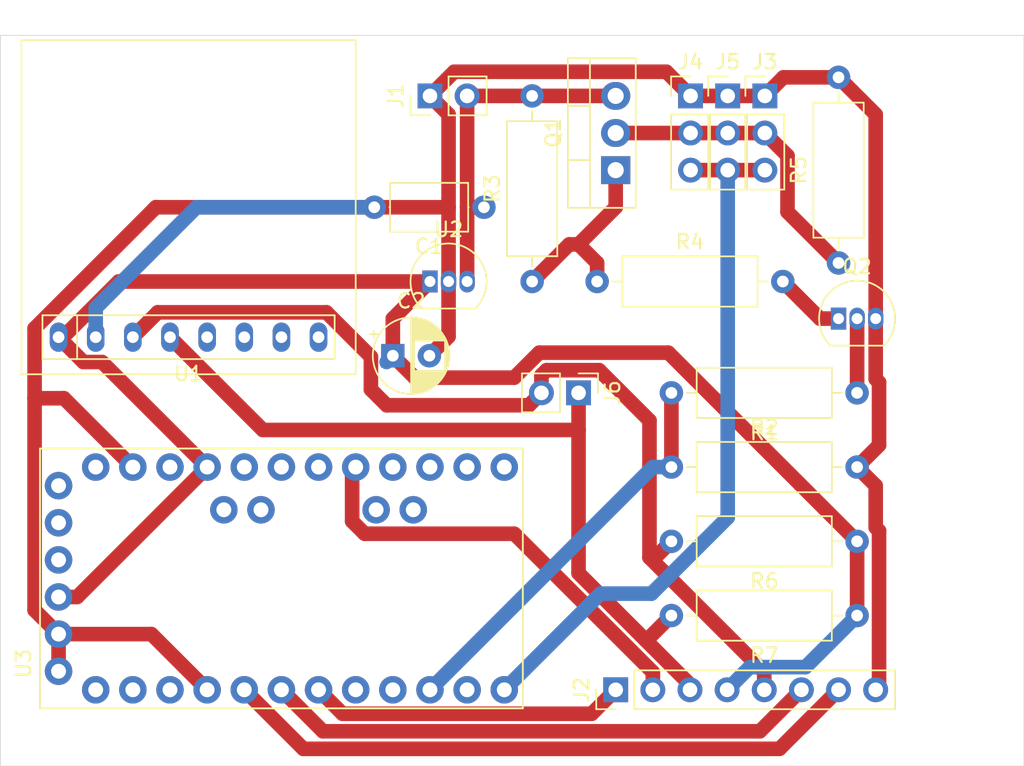
<source format=kicad_pcb>
(kicad_pcb (version 20171130) (host pcbnew 5.1.9+dfsg1-1+build2)

  (general
    (thickness 1.6)
    (drawings 4)
    (tracks 127)
    (zones 0)
    (modules 20)
    (nets 42)
  )

  (page USLetter)
  (layers
    (0 F.Cu signal)
    (31 B.Cu signal)
    (32 B.Adhes user)
    (33 F.Adhes user)
    (34 B.Paste user)
    (35 F.Paste user)
    (36 B.SilkS user)
    (37 F.SilkS user)
    (38 B.Mask user)
    (39 F.Mask user)
    (40 Dwgs.User user)
    (41 Cmts.User user)
    (42 Eco1.User user)
    (43 Eco2.User user)
    (44 Edge.Cuts user)
    (45 Margin user)
    (46 B.CrtYd user)
    (47 F.CrtYd user)
    (48 B.Fab user)
    (49 F.Fab user)
  )

  (setup
    (last_trace_width 1)
    (user_trace_width 1)
    (trace_clearance 0.2)
    (zone_clearance 0.508)
    (zone_45_only no)
    (trace_min 0.2)
    (via_size 0.8)
    (via_drill 0.4)
    (via_min_size 0.4)
    (via_min_drill 0.3)
    (uvia_size 0.3)
    (uvia_drill 0.1)
    (uvias_allowed no)
    (uvia_min_size 0.2)
    (uvia_min_drill 0.1)
    (edge_width 0.05)
    (segment_width 0.2)
    (pcb_text_width 0.3)
    (pcb_text_size 1.5 1.5)
    (mod_edge_width 0.12)
    (mod_text_size 1 1)
    (mod_text_width 0.15)
    (pad_size 1.524 1.524)
    (pad_drill 0.762)
    (pad_to_mask_clearance 0)
    (aux_axis_origin 0 0)
    (visible_elements FFFFFF7F)
    (pcbplotparams
      (layerselection 0x010fc_ffffffff)
      (usegerberextensions false)
      (usegerberattributes true)
      (usegerberadvancedattributes true)
      (creategerberjobfile true)
      (excludeedgelayer true)
      (linewidth 0.100000)
      (plotframeref false)
      (viasonmask false)
      (mode 1)
      (useauxorigin false)
      (hpglpennumber 1)
      (hpglpenspeed 20)
      (hpglpendiameter 15.000000)
      (psnegative false)
      (psa4output false)
      (plotreference true)
      (plotvalue true)
      (plotinvisibletext false)
      (padsonsilk false)
      (subtractmaskfromsilk false)
      (outputformat 1)
      (mirror false)
      (drillshape 1)
      (scaleselection 1)
      (outputdirectory ""))
  )

  (net 0 "")
  (net 1 +28V)
  (net 2 GND)
  (net 3 +3V3)
  (net 4 /POT_VCC)
  (net 5 /POTIN)
  (net 6 /SDA)
  (net 7 /SCL)
  (net 8 /GREEN_BUT)
  (net 9 /RED_BUT)
  (net 10 /PWM)
  (net 11 "Net-(Q1-Pad1)")
  (net 12 "Net-(Q2-Pad2)")
  (net 13 "Net-(Q2-Pad1)")
  (net 14 "Net-(U1-Pad14)")
  (net 15 "Net-(U1-Pad1)")
  (net 16 "Net-(U1-Pad12)")
  (net 17 "Net-(U1-Pad7)")
  (net 18 "Net-(U3-PadJP7_12)")
  (net 19 "Net-(U3-PadJP7_11)")
  (net 20 "Net-(U3-PadJP7_10)")
  (net 21 "Net-(U3-PadJP7_5)")
  (net 22 "Net-(U3-PadJP7_4)")
  (net 23 "Net-(U3-PadJP7_2)")
  (net 24 "Net-(U3-PadJP6_12)")
  (net 25 "Net-(U3-PadJP6_11)")
  (net 26 "Net-(U3-PadJP6_10)")
  (net 27 "Net-(U3-PadJP6_9)")
  (net 28 "Net-(U3-PadJP6_7)")
  (net 29 "Net-(U3-PadJP6_6)")
  (net 30 "Net-(U3-PadJP6_5)")
  (net 31 "Net-(U3-PadJP6_3)")
  (net 32 "Net-(U3-PadJP6_1)")
  (net 33 "Net-(U3-PadJP3_1)")
  (net 34 "Net-(U3-PadJP3_2)")
  (net 35 /SCL_CONN)
  (net 36 /SDA_CONN)
  (net 37 "Net-(U3-PadJP1_3)")
  (net 38 "Net-(U3-PadJP1_2)")
  (net 39 "Net-(U3-PadJP1_1)")
  (net 40 /LED_VCC)
  (net 41 /LED_ON)

  (net_class Default "This is the default net class."
    (clearance 0.2)
    (trace_width 0.25)
    (via_dia 0.8)
    (via_drill 0.4)
    (uvia_dia 0.3)
    (uvia_drill 0.1)
    (add_net +28V)
    (add_net +3V3)
    (add_net /GREEN_BUT)
    (add_net /LED_ON)
    (add_net /LED_VCC)
    (add_net /POTIN)
    (add_net /POT_VCC)
    (add_net /PWM)
    (add_net /RED_BUT)
    (add_net /SCL)
    (add_net /SCL_CONN)
    (add_net /SDA)
    (add_net /SDA_CONN)
    (add_net GND)
    (add_net "Net-(Q1-Pad1)")
    (add_net "Net-(Q2-Pad1)")
    (add_net "Net-(Q2-Pad2)")
    (add_net "Net-(U1-Pad1)")
    (add_net "Net-(U1-Pad12)")
    (add_net "Net-(U1-Pad14)")
    (add_net "Net-(U1-Pad7)")
    (add_net "Net-(U3-PadJP1_1)")
    (add_net "Net-(U3-PadJP1_2)")
    (add_net "Net-(U3-PadJP1_3)")
    (add_net "Net-(U3-PadJP3_1)")
    (add_net "Net-(U3-PadJP3_2)")
    (add_net "Net-(U3-PadJP6_1)")
    (add_net "Net-(U3-PadJP6_10)")
    (add_net "Net-(U3-PadJP6_11)")
    (add_net "Net-(U3-PadJP6_12)")
    (add_net "Net-(U3-PadJP6_3)")
    (add_net "Net-(U3-PadJP6_5)")
    (add_net "Net-(U3-PadJP6_6)")
    (add_net "Net-(U3-PadJP6_7)")
    (add_net "Net-(U3-PadJP6_9)")
    (add_net "Net-(U3-PadJP7_10)")
    (add_net "Net-(U3-PadJP7_11)")
    (add_net "Net-(U3-PadJP7_12)")
    (add_net "Net-(U3-PadJP7_2)")
    (add_net "Net-(U3-PadJP7_4)")
    (add_net "Net-(U3-PadJP7_5)")
  )

  (module Capacitor_THT:C_Axial_L5.1mm_D3.1mm_P7.50mm_Horizontal (layer F.Cu) (tedit 5AE50EF0) (tstamp 611724F4)
    (at 123.07 111.76 180)
    (descr "C, Axial series, Axial, Horizontal, pin pitch=7.5mm, , length*diameter=5.1*3.1mm^2, http://www.vishay.com/docs/45231/arseries.pdf")
    (tags "C Axial series Axial Horizontal pin pitch 7.5mm  length 5.1mm diameter 3.1mm")
    (path /6110F821)
    (fp_text reference C1 (at 3.75 -2.67) (layer F.SilkS)
      (effects (font (size 1 1) (thickness 0.15)))
    )
    (fp_text value 100n (at 3.75 2.67) (layer F.Fab)
      (effects (font (size 1 1) (thickness 0.15)))
    )
    (fp_line (start 8.55 -1.8) (end -1.05 -1.8) (layer F.CrtYd) (width 0.05))
    (fp_line (start 8.55 1.8) (end 8.55 -1.8) (layer F.CrtYd) (width 0.05))
    (fp_line (start -1.05 1.8) (end 8.55 1.8) (layer F.CrtYd) (width 0.05))
    (fp_line (start -1.05 -1.8) (end -1.05 1.8) (layer F.CrtYd) (width 0.05))
    (fp_line (start 6.46 0) (end 6.42 0) (layer F.SilkS) (width 0.12))
    (fp_line (start 1.04 0) (end 1.08 0) (layer F.SilkS) (width 0.12))
    (fp_line (start 6.42 -1.67) (end 1.08 -1.67) (layer F.SilkS) (width 0.12))
    (fp_line (start 6.42 1.67) (end 6.42 -1.67) (layer F.SilkS) (width 0.12))
    (fp_line (start 1.08 1.67) (end 6.42 1.67) (layer F.SilkS) (width 0.12))
    (fp_line (start 1.08 -1.67) (end 1.08 1.67) (layer F.SilkS) (width 0.12))
    (fp_line (start 7.5 0) (end 6.3 0) (layer F.Fab) (width 0.1))
    (fp_line (start 0 0) (end 1.2 0) (layer F.Fab) (width 0.1))
    (fp_line (start 6.3 -1.55) (end 1.2 -1.55) (layer F.Fab) (width 0.1))
    (fp_line (start 6.3 1.55) (end 6.3 -1.55) (layer F.Fab) (width 0.1))
    (fp_line (start 1.2 1.55) (end 6.3 1.55) (layer F.Fab) (width 0.1))
    (fp_line (start 1.2 -1.55) (end 1.2 1.55) (layer F.Fab) (width 0.1))
    (fp_text user %R (at 3.75 0) (layer F.Fab)
      (effects (font (size 1 1) (thickness 0.15)))
    )
    (pad 1 thru_hole circle (at 0 0 180) (size 1.6 1.6) (drill 0.8) (layers *.Cu *.Mask)
      (net 1 +28V))
    (pad 2 thru_hole oval (at 7.5 0 180) (size 1.6 1.6) (drill 0.8) (layers *.Cu *.Mask)
      (net 2 GND))
    (model ${KISYS3DMOD}/Capacitor_THT.3dshapes/C_Axial_L5.1mm_D3.1mm_P7.50mm_Horizontal.wrl
      (at (xyz 0 0 0))
      (scale (xyz 1 1 1))
      (rotate (xyz 0 0 0))
    )
  )

  (module Capacitor_THT:CP_Radial_D5.0mm_P2.50mm (layer F.Cu) (tedit 5AE50EF0) (tstamp 61172B3F)
    (at 116.84 121.92)
    (descr "CP, Radial series, Radial, pin pitch=2.50mm, , diameter=5mm, Electrolytic Capacitor")
    (tags "CP Radial series Radial pin pitch 2.50mm  diameter 5mm Electrolytic Capacitor")
    (path /61115601)
    (fp_text reference C2 (at 1.25 -3.75) (layer F.SilkS)
      (effects (font (size 1 1) (thickness 0.15)))
    )
    (fp_text value 10u (at 1.25 3.75) (layer F.Fab)
      (effects (font (size 1 1) (thickness 0.15)))
    )
    (fp_line (start -1.304775 -1.725) (end -1.304775 -1.225) (layer F.SilkS) (width 0.12))
    (fp_line (start -1.554775 -1.475) (end -1.054775 -1.475) (layer F.SilkS) (width 0.12))
    (fp_line (start 3.851 -0.284) (end 3.851 0.284) (layer F.SilkS) (width 0.12))
    (fp_line (start 3.811 -0.518) (end 3.811 0.518) (layer F.SilkS) (width 0.12))
    (fp_line (start 3.771 -0.677) (end 3.771 0.677) (layer F.SilkS) (width 0.12))
    (fp_line (start 3.731 -0.805) (end 3.731 0.805) (layer F.SilkS) (width 0.12))
    (fp_line (start 3.691 -0.915) (end 3.691 0.915) (layer F.SilkS) (width 0.12))
    (fp_line (start 3.651 -1.011) (end 3.651 1.011) (layer F.SilkS) (width 0.12))
    (fp_line (start 3.611 -1.098) (end 3.611 1.098) (layer F.SilkS) (width 0.12))
    (fp_line (start 3.571 -1.178) (end 3.571 1.178) (layer F.SilkS) (width 0.12))
    (fp_line (start 3.531 1.04) (end 3.531 1.251) (layer F.SilkS) (width 0.12))
    (fp_line (start 3.531 -1.251) (end 3.531 -1.04) (layer F.SilkS) (width 0.12))
    (fp_line (start 3.491 1.04) (end 3.491 1.319) (layer F.SilkS) (width 0.12))
    (fp_line (start 3.491 -1.319) (end 3.491 -1.04) (layer F.SilkS) (width 0.12))
    (fp_line (start 3.451 1.04) (end 3.451 1.383) (layer F.SilkS) (width 0.12))
    (fp_line (start 3.451 -1.383) (end 3.451 -1.04) (layer F.SilkS) (width 0.12))
    (fp_line (start 3.411 1.04) (end 3.411 1.443) (layer F.SilkS) (width 0.12))
    (fp_line (start 3.411 -1.443) (end 3.411 -1.04) (layer F.SilkS) (width 0.12))
    (fp_line (start 3.371 1.04) (end 3.371 1.5) (layer F.SilkS) (width 0.12))
    (fp_line (start 3.371 -1.5) (end 3.371 -1.04) (layer F.SilkS) (width 0.12))
    (fp_line (start 3.331 1.04) (end 3.331 1.554) (layer F.SilkS) (width 0.12))
    (fp_line (start 3.331 -1.554) (end 3.331 -1.04) (layer F.SilkS) (width 0.12))
    (fp_line (start 3.291 1.04) (end 3.291 1.605) (layer F.SilkS) (width 0.12))
    (fp_line (start 3.291 -1.605) (end 3.291 -1.04) (layer F.SilkS) (width 0.12))
    (fp_line (start 3.251 1.04) (end 3.251 1.653) (layer F.SilkS) (width 0.12))
    (fp_line (start 3.251 -1.653) (end 3.251 -1.04) (layer F.SilkS) (width 0.12))
    (fp_line (start 3.211 1.04) (end 3.211 1.699) (layer F.SilkS) (width 0.12))
    (fp_line (start 3.211 -1.699) (end 3.211 -1.04) (layer F.SilkS) (width 0.12))
    (fp_line (start 3.171 1.04) (end 3.171 1.743) (layer F.SilkS) (width 0.12))
    (fp_line (start 3.171 -1.743) (end 3.171 -1.04) (layer F.SilkS) (width 0.12))
    (fp_line (start 3.131 1.04) (end 3.131 1.785) (layer F.SilkS) (width 0.12))
    (fp_line (start 3.131 -1.785) (end 3.131 -1.04) (layer F.SilkS) (width 0.12))
    (fp_line (start 3.091 1.04) (end 3.091 1.826) (layer F.SilkS) (width 0.12))
    (fp_line (start 3.091 -1.826) (end 3.091 -1.04) (layer F.SilkS) (width 0.12))
    (fp_line (start 3.051 1.04) (end 3.051 1.864) (layer F.SilkS) (width 0.12))
    (fp_line (start 3.051 -1.864) (end 3.051 -1.04) (layer F.SilkS) (width 0.12))
    (fp_line (start 3.011 1.04) (end 3.011 1.901) (layer F.SilkS) (width 0.12))
    (fp_line (start 3.011 -1.901) (end 3.011 -1.04) (layer F.SilkS) (width 0.12))
    (fp_line (start 2.971 1.04) (end 2.971 1.937) (layer F.SilkS) (width 0.12))
    (fp_line (start 2.971 -1.937) (end 2.971 -1.04) (layer F.SilkS) (width 0.12))
    (fp_line (start 2.931 1.04) (end 2.931 1.971) (layer F.SilkS) (width 0.12))
    (fp_line (start 2.931 -1.971) (end 2.931 -1.04) (layer F.SilkS) (width 0.12))
    (fp_line (start 2.891 1.04) (end 2.891 2.004) (layer F.SilkS) (width 0.12))
    (fp_line (start 2.891 -2.004) (end 2.891 -1.04) (layer F.SilkS) (width 0.12))
    (fp_line (start 2.851 1.04) (end 2.851 2.035) (layer F.SilkS) (width 0.12))
    (fp_line (start 2.851 -2.035) (end 2.851 -1.04) (layer F.SilkS) (width 0.12))
    (fp_line (start 2.811 1.04) (end 2.811 2.065) (layer F.SilkS) (width 0.12))
    (fp_line (start 2.811 -2.065) (end 2.811 -1.04) (layer F.SilkS) (width 0.12))
    (fp_line (start 2.771 1.04) (end 2.771 2.095) (layer F.SilkS) (width 0.12))
    (fp_line (start 2.771 -2.095) (end 2.771 -1.04) (layer F.SilkS) (width 0.12))
    (fp_line (start 2.731 1.04) (end 2.731 2.122) (layer F.SilkS) (width 0.12))
    (fp_line (start 2.731 -2.122) (end 2.731 -1.04) (layer F.SilkS) (width 0.12))
    (fp_line (start 2.691 1.04) (end 2.691 2.149) (layer F.SilkS) (width 0.12))
    (fp_line (start 2.691 -2.149) (end 2.691 -1.04) (layer F.SilkS) (width 0.12))
    (fp_line (start 2.651 1.04) (end 2.651 2.175) (layer F.SilkS) (width 0.12))
    (fp_line (start 2.651 -2.175) (end 2.651 -1.04) (layer F.SilkS) (width 0.12))
    (fp_line (start 2.611 1.04) (end 2.611 2.2) (layer F.SilkS) (width 0.12))
    (fp_line (start 2.611 -2.2) (end 2.611 -1.04) (layer F.SilkS) (width 0.12))
    (fp_line (start 2.571 1.04) (end 2.571 2.224) (layer F.SilkS) (width 0.12))
    (fp_line (start 2.571 -2.224) (end 2.571 -1.04) (layer F.SilkS) (width 0.12))
    (fp_line (start 2.531 1.04) (end 2.531 2.247) (layer F.SilkS) (width 0.12))
    (fp_line (start 2.531 -2.247) (end 2.531 -1.04) (layer F.SilkS) (width 0.12))
    (fp_line (start 2.491 1.04) (end 2.491 2.268) (layer F.SilkS) (width 0.12))
    (fp_line (start 2.491 -2.268) (end 2.491 -1.04) (layer F.SilkS) (width 0.12))
    (fp_line (start 2.451 1.04) (end 2.451 2.29) (layer F.SilkS) (width 0.12))
    (fp_line (start 2.451 -2.29) (end 2.451 -1.04) (layer F.SilkS) (width 0.12))
    (fp_line (start 2.411 1.04) (end 2.411 2.31) (layer F.SilkS) (width 0.12))
    (fp_line (start 2.411 -2.31) (end 2.411 -1.04) (layer F.SilkS) (width 0.12))
    (fp_line (start 2.371 1.04) (end 2.371 2.329) (layer F.SilkS) (width 0.12))
    (fp_line (start 2.371 -2.329) (end 2.371 -1.04) (layer F.SilkS) (width 0.12))
    (fp_line (start 2.331 1.04) (end 2.331 2.348) (layer F.SilkS) (width 0.12))
    (fp_line (start 2.331 -2.348) (end 2.331 -1.04) (layer F.SilkS) (width 0.12))
    (fp_line (start 2.291 1.04) (end 2.291 2.365) (layer F.SilkS) (width 0.12))
    (fp_line (start 2.291 -2.365) (end 2.291 -1.04) (layer F.SilkS) (width 0.12))
    (fp_line (start 2.251 1.04) (end 2.251 2.382) (layer F.SilkS) (width 0.12))
    (fp_line (start 2.251 -2.382) (end 2.251 -1.04) (layer F.SilkS) (width 0.12))
    (fp_line (start 2.211 1.04) (end 2.211 2.398) (layer F.SilkS) (width 0.12))
    (fp_line (start 2.211 -2.398) (end 2.211 -1.04) (layer F.SilkS) (width 0.12))
    (fp_line (start 2.171 1.04) (end 2.171 2.414) (layer F.SilkS) (width 0.12))
    (fp_line (start 2.171 -2.414) (end 2.171 -1.04) (layer F.SilkS) (width 0.12))
    (fp_line (start 2.131 1.04) (end 2.131 2.428) (layer F.SilkS) (width 0.12))
    (fp_line (start 2.131 -2.428) (end 2.131 -1.04) (layer F.SilkS) (width 0.12))
    (fp_line (start 2.091 1.04) (end 2.091 2.442) (layer F.SilkS) (width 0.12))
    (fp_line (start 2.091 -2.442) (end 2.091 -1.04) (layer F.SilkS) (width 0.12))
    (fp_line (start 2.051 1.04) (end 2.051 2.455) (layer F.SilkS) (width 0.12))
    (fp_line (start 2.051 -2.455) (end 2.051 -1.04) (layer F.SilkS) (width 0.12))
    (fp_line (start 2.011 1.04) (end 2.011 2.468) (layer F.SilkS) (width 0.12))
    (fp_line (start 2.011 -2.468) (end 2.011 -1.04) (layer F.SilkS) (width 0.12))
    (fp_line (start 1.971 1.04) (end 1.971 2.48) (layer F.SilkS) (width 0.12))
    (fp_line (start 1.971 -2.48) (end 1.971 -1.04) (layer F.SilkS) (width 0.12))
    (fp_line (start 1.93 1.04) (end 1.93 2.491) (layer F.SilkS) (width 0.12))
    (fp_line (start 1.93 -2.491) (end 1.93 -1.04) (layer F.SilkS) (width 0.12))
    (fp_line (start 1.89 1.04) (end 1.89 2.501) (layer F.SilkS) (width 0.12))
    (fp_line (start 1.89 -2.501) (end 1.89 -1.04) (layer F.SilkS) (width 0.12))
    (fp_line (start 1.85 1.04) (end 1.85 2.511) (layer F.SilkS) (width 0.12))
    (fp_line (start 1.85 -2.511) (end 1.85 -1.04) (layer F.SilkS) (width 0.12))
    (fp_line (start 1.81 1.04) (end 1.81 2.52) (layer F.SilkS) (width 0.12))
    (fp_line (start 1.81 -2.52) (end 1.81 -1.04) (layer F.SilkS) (width 0.12))
    (fp_line (start 1.77 1.04) (end 1.77 2.528) (layer F.SilkS) (width 0.12))
    (fp_line (start 1.77 -2.528) (end 1.77 -1.04) (layer F.SilkS) (width 0.12))
    (fp_line (start 1.73 1.04) (end 1.73 2.536) (layer F.SilkS) (width 0.12))
    (fp_line (start 1.73 -2.536) (end 1.73 -1.04) (layer F.SilkS) (width 0.12))
    (fp_line (start 1.69 1.04) (end 1.69 2.543) (layer F.SilkS) (width 0.12))
    (fp_line (start 1.69 -2.543) (end 1.69 -1.04) (layer F.SilkS) (width 0.12))
    (fp_line (start 1.65 1.04) (end 1.65 2.55) (layer F.SilkS) (width 0.12))
    (fp_line (start 1.65 -2.55) (end 1.65 -1.04) (layer F.SilkS) (width 0.12))
    (fp_line (start 1.61 1.04) (end 1.61 2.556) (layer F.SilkS) (width 0.12))
    (fp_line (start 1.61 -2.556) (end 1.61 -1.04) (layer F.SilkS) (width 0.12))
    (fp_line (start 1.57 1.04) (end 1.57 2.561) (layer F.SilkS) (width 0.12))
    (fp_line (start 1.57 -2.561) (end 1.57 -1.04) (layer F.SilkS) (width 0.12))
    (fp_line (start 1.53 1.04) (end 1.53 2.565) (layer F.SilkS) (width 0.12))
    (fp_line (start 1.53 -2.565) (end 1.53 -1.04) (layer F.SilkS) (width 0.12))
    (fp_line (start 1.49 1.04) (end 1.49 2.569) (layer F.SilkS) (width 0.12))
    (fp_line (start 1.49 -2.569) (end 1.49 -1.04) (layer F.SilkS) (width 0.12))
    (fp_line (start 1.45 -2.573) (end 1.45 2.573) (layer F.SilkS) (width 0.12))
    (fp_line (start 1.41 -2.576) (end 1.41 2.576) (layer F.SilkS) (width 0.12))
    (fp_line (start 1.37 -2.578) (end 1.37 2.578) (layer F.SilkS) (width 0.12))
    (fp_line (start 1.33 -2.579) (end 1.33 2.579) (layer F.SilkS) (width 0.12))
    (fp_line (start 1.29 -2.58) (end 1.29 2.58) (layer F.SilkS) (width 0.12))
    (fp_line (start 1.25 -2.58) (end 1.25 2.58) (layer F.SilkS) (width 0.12))
    (fp_line (start -0.633605 -1.3375) (end -0.633605 -0.8375) (layer F.Fab) (width 0.1))
    (fp_line (start -0.883605 -1.0875) (end -0.383605 -1.0875) (layer F.Fab) (width 0.1))
    (fp_circle (center 1.25 0) (end 4 0) (layer F.CrtYd) (width 0.05))
    (fp_circle (center 1.25 0) (end 3.87 0) (layer F.SilkS) (width 0.12))
    (fp_circle (center 1.25 0) (end 3.75 0) (layer F.Fab) (width 0.1))
    (fp_text user %R (at 1.25 0) (layer F.Fab)
      (effects (font (size 1 1) (thickness 0.15)))
    )
    (pad 1 thru_hole rect (at 0 0) (size 1.6 1.6) (drill 0.8) (layers *.Cu *.Mask)
      (net 3 +3V3))
    (pad 2 thru_hole circle (at 2.5 0) (size 1.6 1.6) (drill 0.8) (layers *.Cu *.Mask)
      (net 2 GND))
    (model ${KISYS3DMOD}/Capacitor_THT.3dshapes/CP_Radial_D5.0mm_P2.50mm.wrl
      (at (xyz 0 0 0))
      (scale (xyz 1 1 1))
      (rotate (xyz 0 0 0))
    )
  )

  (module Connector_PinHeader_2.54mm:PinHeader_1x02_P2.54mm_Vertical (layer F.Cu) (tedit 59FED5CC) (tstamp 61172919)
    (at 119.38 104.14 90)
    (descr "Through hole straight pin header, 1x02, 2.54mm pitch, single row")
    (tags "Through hole pin header THT 1x02 2.54mm single row")
    (path /61202BBE)
    (fp_text reference J1 (at 0 -2.33 90) (layer F.SilkS)
      (effects (font (size 1 1) (thickness 0.15)))
    )
    (fp_text value PWR_IN (at 0 4.87 90) (layer F.Fab)
      (effects (font (size 1 1) (thickness 0.15)))
    )
    (fp_line (start 1.8 -1.8) (end -1.8 -1.8) (layer F.CrtYd) (width 0.05))
    (fp_line (start 1.8 4.35) (end 1.8 -1.8) (layer F.CrtYd) (width 0.05))
    (fp_line (start -1.8 4.35) (end 1.8 4.35) (layer F.CrtYd) (width 0.05))
    (fp_line (start -1.8 -1.8) (end -1.8 4.35) (layer F.CrtYd) (width 0.05))
    (fp_line (start -1.33 -1.33) (end 0 -1.33) (layer F.SilkS) (width 0.12))
    (fp_line (start -1.33 0) (end -1.33 -1.33) (layer F.SilkS) (width 0.12))
    (fp_line (start -1.33 1.27) (end 1.33 1.27) (layer F.SilkS) (width 0.12))
    (fp_line (start 1.33 1.27) (end 1.33 3.87) (layer F.SilkS) (width 0.12))
    (fp_line (start -1.33 1.27) (end -1.33 3.87) (layer F.SilkS) (width 0.12))
    (fp_line (start -1.33 3.87) (end 1.33 3.87) (layer F.SilkS) (width 0.12))
    (fp_line (start -1.27 -0.635) (end -0.635 -1.27) (layer F.Fab) (width 0.1))
    (fp_line (start -1.27 3.81) (end -1.27 -0.635) (layer F.Fab) (width 0.1))
    (fp_line (start 1.27 3.81) (end -1.27 3.81) (layer F.Fab) (width 0.1))
    (fp_line (start 1.27 -1.27) (end 1.27 3.81) (layer F.Fab) (width 0.1))
    (fp_line (start -0.635 -1.27) (end 1.27 -1.27) (layer F.Fab) (width 0.1))
    (fp_text user %R (at 0 1.27) (layer F.Fab)
      (effects (font (size 1 1) (thickness 0.15)))
    )
    (pad 1 thru_hole rect (at 0 0 90) (size 1.7 1.7) (drill 1) (layers *.Cu *.Mask)
      (net 2 GND))
    (pad 2 thru_hole oval (at 0 2.54 90) (size 1.7 1.7) (drill 1) (layers *.Cu *.Mask)
      (net 1 +28V))
    (model ${KISYS3DMOD}/Connector_PinHeader_2.54mm.3dshapes/PinHeader_1x02_P2.54mm_Vertical.wrl
      (at (xyz 0 0 0))
      (scale (xyz 1 1 1))
      (rotate (xyz 0 0 0))
    )
  )

  (module Connector_PinHeader_2.54mm:PinHeader_1x08_P2.54mm_Vertical (layer F.Cu) (tedit 59FED5CC) (tstamp 61173F33)
    (at 132.08 144.78 90)
    (descr "Through hole straight pin header, 1x08, 2.54mm pitch, single row")
    (tags "Through hole pin header THT 1x08 2.54mm single row")
    (path /61165A6B)
    (fp_text reference J2 (at 0 -2.33 90) (layer F.SilkS)
      (effects (font (size 1 1) (thickness 0.15)))
    )
    (fp_text value control_board_conn (at -2.54 9.525 180) (layer F.Fab)
      (effects (font (size 1 1) (thickness 0.15)))
    )
    (fp_line (start 1.8 -1.8) (end -1.8 -1.8) (layer F.CrtYd) (width 0.05))
    (fp_line (start 1.8 19.55) (end 1.8 -1.8) (layer F.CrtYd) (width 0.05))
    (fp_line (start -1.8 19.55) (end 1.8 19.55) (layer F.CrtYd) (width 0.05))
    (fp_line (start -1.8 -1.8) (end -1.8 19.55) (layer F.CrtYd) (width 0.05))
    (fp_line (start -1.33 -1.33) (end 0 -1.33) (layer F.SilkS) (width 0.12))
    (fp_line (start -1.33 0) (end -1.33 -1.33) (layer F.SilkS) (width 0.12))
    (fp_line (start -1.33 1.27) (end 1.33 1.27) (layer F.SilkS) (width 0.12))
    (fp_line (start 1.33 1.27) (end 1.33 19.11) (layer F.SilkS) (width 0.12))
    (fp_line (start -1.33 1.27) (end -1.33 19.11) (layer F.SilkS) (width 0.12))
    (fp_line (start -1.33 19.11) (end 1.33 19.11) (layer F.SilkS) (width 0.12))
    (fp_line (start -1.27 -0.635) (end -0.635 -1.27) (layer F.Fab) (width 0.1))
    (fp_line (start -1.27 19.05) (end -1.27 -0.635) (layer F.Fab) (width 0.1))
    (fp_line (start 1.27 19.05) (end -1.27 19.05) (layer F.Fab) (width 0.1))
    (fp_line (start 1.27 -1.27) (end 1.27 19.05) (layer F.Fab) (width 0.1))
    (fp_line (start -0.635 -1.27) (end 1.27 -1.27) (layer F.Fab) (width 0.1))
    (fp_text user %R (at 0 8.89) (layer F.Fab)
      (effects (font (size 1 1) (thickness 0.15)))
    )
    (pad 1 thru_hole rect (at 0 0 90) (size 1.7 1.7) (drill 1) (layers *.Cu *.Mask)
      (net 4 /POT_VCC))
    (pad 2 thru_hole oval (at 0 2.54 90) (size 1.7 1.7) (drill 1) (layers *.Cu *.Mask)
      (net 5 /POTIN))
    (pad 3 thru_hole oval (at 0 5.08 90) (size 1.7 1.7) (drill 1) (layers *.Cu *.Mask)
      (net 6 /SDA))
    (pad 4 thru_hole oval (at 0 7.62 90) (size 1.7 1.7) (drill 1) (layers *.Cu *.Mask)
      (net 3 +3V3))
    (pad 5 thru_hole oval (at 0 10.16 90) (size 1.7 1.7) (drill 1) (layers *.Cu *.Mask)
      (net 7 /SCL))
    (pad 6 thru_hole oval (at 0 12.7 90) (size 1.7 1.7) (drill 1) (layers *.Cu *.Mask)
      (net 8 /GREEN_BUT))
    (pad 7 thru_hole oval (at 0 15.24 90) (size 1.7 1.7) (drill 1) (layers *.Cu *.Mask)
      (net 9 /RED_BUT))
    (pad 8 thru_hole oval (at 0 17.78 90) (size 1.7 1.7) (drill 1) (layers *.Cu *.Mask)
      (net 2 GND))
    (model ${KISYS3DMOD}/Connector_PinHeader_2.54mm.3dshapes/PinHeader_1x08_P2.54mm_Vertical.wrl
      (at (xyz 0 0 0))
      (scale (xyz 1 1 1))
      (rotate (xyz 0 0 0))
    )
  )

  (module Connector_PinHeader_2.54mm:PinHeader_1x03_P2.54mm_Vertical (layer F.Cu) (tedit 59FED5CC) (tstamp 611714AE)
    (at 142.28 104.14)
    (descr "Through hole straight pin header, 1x03, 2.54mm pitch, single row")
    (tags "Through hole pin header THT 1x03 2.54mm single row")
    (path /6118A060)
    (fp_text reference J3 (at 0 -2.33) (layer F.SilkS)
      (effects (font (size 1 1) (thickness 0.15)))
    )
    (fp_text value PICO_BUCK1 (at -0.675 8.89) (layer F.Fab)
      (effects (font (size 1 1) (thickness 0.15)))
    )
    (fp_line (start 1.8 -1.8) (end -1.8 -1.8) (layer F.CrtYd) (width 0.05))
    (fp_line (start 1.8 6.85) (end 1.8 -1.8) (layer F.CrtYd) (width 0.05))
    (fp_line (start -1.8 6.85) (end 1.8 6.85) (layer F.CrtYd) (width 0.05))
    (fp_line (start -1.8 -1.8) (end -1.8 6.85) (layer F.CrtYd) (width 0.05))
    (fp_line (start -1.33 -1.33) (end 0 -1.33) (layer F.SilkS) (width 0.12))
    (fp_line (start -1.33 0) (end -1.33 -1.33) (layer F.SilkS) (width 0.12))
    (fp_line (start -1.33 1.27) (end 1.33 1.27) (layer F.SilkS) (width 0.12))
    (fp_line (start 1.33 1.27) (end 1.33 6.41) (layer F.SilkS) (width 0.12))
    (fp_line (start -1.33 1.27) (end -1.33 6.41) (layer F.SilkS) (width 0.12))
    (fp_line (start -1.33 6.41) (end 1.33 6.41) (layer F.SilkS) (width 0.12))
    (fp_line (start -1.27 -0.635) (end -0.635 -1.27) (layer F.Fab) (width 0.1))
    (fp_line (start -1.27 6.35) (end -1.27 -0.635) (layer F.Fab) (width 0.1))
    (fp_line (start 1.27 6.35) (end -1.27 6.35) (layer F.Fab) (width 0.1))
    (fp_line (start 1.27 -1.27) (end 1.27 6.35) (layer F.Fab) (width 0.1))
    (fp_line (start -0.635 -1.27) (end 1.27 -1.27) (layer F.Fab) (width 0.1))
    (fp_text user %R (at 0 2.54 90) (layer F.Fab)
      (effects (font (size 1 1) (thickness 0.15)))
    )
    (pad 1 thru_hole rect (at 0 0) (size 1.7 1.7) (drill 1) (layers *.Cu *.Mask)
      (net 2 GND))
    (pad 2 thru_hole oval (at 0 2.54) (size 1.7 1.7) (drill 1) (layers *.Cu *.Mask)
      (net 40 /LED_VCC))
    (pad 3 thru_hole oval (at 0 5.08) (size 1.7 1.7) (drill 1) (layers *.Cu *.Mask)
      (net 10 /PWM))
    (model ${KISYS3DMOD}/Connector_PinHeader_2.54mm.3dshapes/PinHeader_1x03_P2.54mm_Vertical.wrl
      (at (xyz 0 0 0))
      (scale (xyz 1 1 1))
      (rotate (xyz 0 0 0))
    )
  )

  (module Connector_PinHeader_2.54mm:PinHeader_1x03_P2.54mm_Vertical (layer F.Cu) (tedit 59FED5CC) (tstamp 6117388F)
    (at 137.2 104.14)
    (descr "Through hole straight pin header, 1x03, 2.54mm pitch, single row")
    (tags "Through hole pin header THT 1x03 2.54mm single row")
    (path /611B5617)
    (fp_text reference J4 (at 0 -2.33) (layer F.SilkS)
      (effects (font (size 1 1) (thickness 0.15)))
    )
    (fp_text value PICO_BUCK2 (at -0.04 -3.81) (layer F.Fab)
      (effects (font (size 1 1) (thickness 0.15)))
    )
    (fp_line (start -0.635 -1.27) (end 1.27 -1.27) (layer F.Fab) (width 0.1))
    (fp_line (start 1.27 -1.27) (end 1.27 6.35) (layer F.Fab) (width 0.1))
    (fp_line (start 1.27 6.35) (end -1.27 6.35) (layer F.Fab) (width 0.1))
    (fp_line (start -1.27 6.35) (end -1.27 -0.635) (layer F.Fab) (width 0.1))
    (fp_line (start -1.27 -0.635) (end -0.635 -1.27) (layer F.Fab) (width 0.1))
    (fp_line (start -1.33 6.41) (end 1.33 6.41) (layer F.SilkS) (width 0.12))
    (fp_line (start -1.33 1.27) (end -1.33 6.41) (layer F.SilkS) (width 0.12))
    (fp_line (start 1.33 1.27) (end 1.33 6.41) (layer F.SilkS) (width 0.12))
    (fp_line (start -1.33 1.27) (end 1.33 1.27) (layer F.SilkS) (width 0.12))
    (fp_line (start -1.33 0) (end -1.33 -1.33) (layer F.SilkS) (width 0.12))
    (fp_line (start -1.33 -1.33) (end 0 -1.33) (layer F.SilkS) (width 0.12))
    (fp_line (start -1.8 -1.8) (end -1.8 6.85) (layer F.CrtYd) (width 0.05))
    (fp_line (start -1.8 6.85) (end 1.8 6.85) (layer F.CrtYd) (width 0.05))
    (fp_line (start 1.8 6.85) (end 1.8 -1.8) (layer F.CrtYd) (width 0.05))
    (fp_line (start 1.8 -1.8) (end -1.8 -1.8) (layer F.CrtYd) (width 0.05))
    (fp_text user %R (at 0 2.54 90) (layer F.Fab)
      (effects (font (size 1 1) (thickness 0.15)))
    )
    (pad 3 thru_hole oval (at 0 5.08) (size 1.7 1.7) (drill 1) (layers *.Cu *.Mask)
      (net 10 /PWM))
    (pad 2 thru_hole oval (at 0 2.54) (size 1.7 1.7) (drill 1) (layers *.Cu *.Mask)
      (net 40 /LED_VCC))
    (pad 1 thru_hole rect (at 0 0) (size 1.7 1.7) (drill 1) (layers *.Cu *.Mask)
      (net 2 GND))
    (model ${KISYS3DMOD}/Connector_PinHeader_2.54mm.3dshapes/PinHeader_1x03_P2.54mm_Vertical.wrl
      (at (xyz 0 0 0))
      (scale (xyz 1 1 1))
      (rotate (xyz 0 0 0))
    )
  )

  (module Connector_PinHeader_2.54mm:PinHeader_1x03_P2.54mm_Vertical (layer F.Cu) (tedit 59FED5CC) (tstamp 611714DC)
    (at 139.74 104.14)
    (descr "Through hole straight pin header, 1x03, 2.54mm pitch, single row")
    (tags "Through hole pin header THT 1x03 2.54mm single row")
    (path /611B773C)
    (fp_text reference J5 (at 0 -2.33) (layer F.SilkS)
      (effects (font (size 1 1) (thickness 0.15)))
    )
    (fp_text value PICO_BUCK3 (at 2.5 -5.715) (layer F.Fab)
      (effects (font (size 1 1) (thickness 0.15)))
    )
    (fp_line (start 1.8 -1.8) (end -1.8 -1.8) (layer F.CrtYd) (width 0.05))
    (fp_line (start 1.8 6.85) (end 1.8 -1.8) (layer F.CrtYd) (width 0.05))
    (fp_line (start -1.8 6.85) (end 1.8 6.85) (layer F.CrtYd) (width 0.05))
    (fp_line (start -1.8 -1.8) (end -1.8 6.85) (layer F.CrtYd) (width 0.05))
    (fp_line (start -1.33 -1.33) (end 0 -1.33) (layer F.SilkS) (width 0.12))
    (fp_line (start -1.33 0) (end -1.33 -1.33) (layer F.SilkS) (width 0.12))
    (fp_line (start -1.33 1.27) (end 1.33 1.27) (layer F.SilkS) (width 0.12))
    (fp_line (start 1.33 1.27) (end 1.33 6.41) (layer F.SilkS) (width 0.12))
    (fp_line (start -1.33 1.27) (end -1.33 6.41) (layer F.SilkS) (width 0.12))
    (fp_line (start -1.33 6.41) (end 1.33 6.41) (layer F.SilkS) (width 0.12))
    (fp_line (start -1.27 -0.635) (end -0.635 -1.27) (layer F.Fab) (width 0.1))
    (fp_line (start -1.27 6.35) (end -1.27 -0.635) (layer F.Fab) (width 0.1))
    (fp_line (start 1.27 6.35) (end -1.27 6.35) (layer F.Fab) (width 0.1))
    (fp_line (start 1.27 -1.27) (end 1.27 6.35) (layer F.Fab) (width 0.1))
    (fp_line (start -0.635 -1.27) (end 1.27 -1.27) (layer F.Fab) (width 0.1))
    (fp_text user %R (at 0 2.54 90) (layer F.Fab)
      (effects (font (size 1 1) (thickness 0.15)))
    )
    (pad 1 thru_hole rect (at 0 0) (size 1.7 1.7) (drill 1) (layers *.Cu *.Mask)
      (net 2 GND))
    (pad 2 thru_hole oval (at 0 2.54) (size 1.7 1.7) (drill 1) (layers *.Cu *.Mask)
      (net 40 /LED_VCC))
    (pad 3 thru_hole oval (at 0 5.08) (size 1.7 1.7) (drill 1) (layers *.Cu *.Mask)
      (net 10 /PWM))
    (model ${KISYS3DMOD}/Connector_PinHeader_2.54mm.3dshapes/PinHeader_1x03_P2.54mm_Vertical.wrl
      (at (xyz 0 0 0))
      (scale (xyz 1 1 1))
      (rotate (xyz 0 0 0))
    )
  )

  (module Connector_PinHeader_2.54mm:PinHeader_1x02_P2.54mm_Vertical (layer F.Cu) (tedit 59FED5CC) (tstamp 6116D850)
    (at 129.54 124.46 270)
    (descr "Through hole straight pin header, 1x02, 2.54mm pitch, single row")
    (tags "Through hole pin header THT 1x02 2.54mm single row")
    (path /611ED661)
    (fp_text reference J6 (at 0 -2.33 90) (layer F.SilkS)
      (effects (font (size 1 1) (thickness 0.15)))
    )
    (fp_text value I2C_Hookup (at 2.54 0 180) (layer F.Fab)
      (effects (font (size 1 1) (thickness 0.15)))
    )
    (fp_line (start -0.635 -1.27) (end 1.27 -1.27) (layer F.Fab) (width 0.1))
    (fp_line (start 1.27 -1.27) (end 1.27 3.81) (layer F.Fab) (width 0.1))
    (fp_line (start 1.27 3.81) (end -1.27 3.81) (layer F.Fab) (width 0.1))
    (fp_line (start -1.27 3.81) (end -1.27 -0.635) (layer F.Fab) (width 0.1))
    (fp_line (start -1.27 -0.635) (end -0.635 -1.27) (layer F.Fab) (width 0.1))
    (fp_line (start -1.33 3.87) (end 1.33 3.87) (layer F.SilkS) (width 0.12))
    (fp_line (start -1.33 1.27) (end -1.33 3.87) (layer F.SilkS) (width 0.12))
    (fp_line (start 1.33 1.27) (end 1.33 3.87) (layer F.SilkS) (width 0.12))
    (fp_line (start -1.33 1.27) (end 1.33 1.27) (layer F.SilkS) (width 0.12))
    (fp_line (start -1.33 0) (end -1.33 -1.33) (layer F.SilkS) (width 0.12))
    (fp_line (start -1.33 -1.33) (end 0 -1.33) (layer F.SilkS) (width 0.12))
    (fp_line (start -1.8 -1.8) (end -1.8 4.35) (layer F.CrtYd) (width 0.05))
    (fp_line (start -1.8 4.35) (end 1.8 4.35) (layer F.CrtYd) (width 0.05))
    (fp_line (start 1.8 4.35) (end 1.8 -1.8) (layer F.CrtYd) (width 0.05))
    (fp_line (start 1.8 -1.8) (end -1.8 -1.8) (layer F.CrtYd) (width 0.05))
    (fp_text user %R (at 0 1.27) (layer F.Fab)
      (effects (font (size 1 1) (thickness 0.15)))
    )
    (pad 2 thru_hole oval (at 0 2.54 270) (size 1.7 1.7) (drill 1) (layers *.Cu *.Mask)
      (net 7 /SCL))
    (pad 1 thru_hole rect (at 0 0 270) (size 1.7 1.7) (drill 1) (layers *.Cu *.Mask)
      (net 6 /SDA))
    (model ${KISYS3DMOD}/Connector_PinHeader_2.54mm.3dshapes/PinHeader_1x02_P2.54mm_Vertical.wrl
      (at (xyz 0 0 0))
      (scale (xyz 1 1 1))
      (rotate (xyz 0 0 0))
    )
  )

  (module Package_TO_SOT_THT:TO-220-3_Vertical (layer F.Cu) (tedit 5AC8BA0D) (tstamp 6117150C)
    (at 132.08 109.22 90)
    (descr "TO-220-3, Vertical, RM 2.54mm, see https://www.vishay.com/docs/66542/to-220-1.pdf")
    (tags "TO-220-3 Vertical RM 2.54mm")
    (path /610C1973)
    (fp_text reference Q1 (at 2.54 -4.27 90) (layer F.SilkS)
      (effects (font (size 1 1) (thickness 0.15)))
    )
    (fp_text value FQP27P06 (at 2.54 2.5 90) (layer F.Fab)
      (effects (font (size 1 1) (thickness 0.15)))
    )
    (fp_line (start 7.79 -3.4) (end -2.71 -3.4) (layer F.CrtYd) (width 0.05))
    (fp_line (start 7.79 1.51) (end 7.79 -3.4) (layer F.CrtYd) (width 0.05))
    (fp_line (start -2.71 1.51) (end 7.79 1.51) (layer F.CrtYd) (width 0.05))
    (fp_line (start -2.71 -3.4) (end -2.71 1.51) (layer F.CrtYd) (width 0.05))
    (fp_line (start 4.391 -3.27) (end 4.391 -1.76) (layer F.SilkS) (width 0.12))
    (fp_line (start 0.69 -3.27) (end 0.69 -1.76) (layer F.SilkS) (width 0.12))
    (fp_line (start -2.58 -1.76) (end 7.66 -1.76) (layer F.SilkS) (width 0.12))
    (fp_line (start 7.66 -3.27) (end 7.66 1.371) (layer F.SilkS) (width 0.12))
    (fp_line (start -2.58 -3.27) (end -2.58 1.371) (layer F.SilkS) (width 0.12))
    (fp_line (start -2.58 1.371) (end 7.66 1.371) (layer F.SilkS) (width 0.12))
    (fp_line (start -2.58 -3.27) (end 7.66 -3.27) (layer F.SilkS) (width 0.12))
    (fp_line (start 4.39 -3.15) (end 4.39 -1.88) (layer F.Fab) (width 0.1))
    (fp_line (start 0.69 -3.15) (end 0.69 -1.88) (layer F.Fab) (width 0.1))
    (fp_line (start -2.46 -1.88) (end 7.54 -1.88) (layer F.Fab) (width 0.1))
    (fp_line (start 7.54 -3.15) (end -2.46 -3.15) (layer F.Fab) (width 0.1))
    (fp_line (start 7.54 1.25) (end 7.54 -3.15) (layer F.Fab) (width 0.1))
    (fp_line (start -2.46 1.25) (end 7.54 1.25) (layer F.Fab) (width 0.1))
    (fp_line (start -2.46 -3.15) (end -2.46 1.25) (layer F.Fab) (width 0.1))
    (fp_text user %R (at 2.54 -4.27 90) (layer F.Fab)
      (effects (font (size 1 1) (thickness 0.15)))
    )
    (pad 1 thru_hole rect (at 0 0 90) (size 1.905 2) (drill 1.1) (layers *.Cu *.Mask)
      (net 11 "Net-(Q1-Pad1)"))
    (pad 2 thru_hole oval (at 2.54 0 90) (size 1.905 2) (drill 1.1) (layers *.Cu *.Mask)
      (net 40 /LED_VCC))
    (pad 3 thru_hole oval (at 5.08 0 90) (size 1.905 2) (drill 1.1) (layers *.Cu *.Mask)
      (net 1 +28V))
    (model ${KISYS3DMOD}/Package_TO_SOT_THT.3dshapes/TO-220-3_Vertical.wrl
      (at (xyz 0 0 0))
      (scale (xyz 1 1 1))
      (rotate (xyz 0 0 0))
    )
  )

  (module Package_TO_SOT_THT:TO-92_Inline (layer F.Cu) (tedit 5A1DD157) (tstamp 6116D6DE)
    (at 147.32 119.38)
    (descr "TO-92 leads in-line, narrow, oval pads, drill 0.75mm (see NXP sot054_po.pdf)")
    (tags "to-92 sc-43 sc-43a sot54 PA33 transistor")
    (path /610CC4F8)
    (fp_text reference Q2 (at 1.27 -3.56) (layer F.SilkS)
      (effects (font (size 1 1) (thickness 0.15)))
    )
    (fp_text value BS170 (at 1.27 2.79) (layer F.Fab)
      (effects (font (size 1 1) (thickness 0.15)))
    )
    (fp_line (start 4 2.01) (end -1.46 2.01) (layer F.CrtYd) (width 0.05))
    (fp_line (start 4 2.01) (end 4 -2.73) (layer F.CrtYd) (width 0.05))
    (fp_line (start -1.46 -2.73) (end -1.46 2.01) (layer F.CrtYd) (width 0.05))
    (fp_line (start -1.46 -2.73) (end 4 -2.73) (layer F.CrtYd) (width 0.05))
    (fp_line (start -0.5 1.75) (end 3 1.75) (layer F.Fab) (width 0.1))
    (fp_line (start -0.53 1.85) (end 3.07 1.85) (layer F.SilkS) (width 0.12))
    (fp_text user %R (at 1.27 0 -270) (layer F.Fab)
      (effects (font (size 1 1) (thickness 0.15)))
    )
    (fp_arc (start 1.27 0) (end 1.27 -2.48) (angle 135) (layer F.Fab) (width 0.1))
    (fp_arc (start 1.27 0) (end 1.27 -2.6) (angle -135) (layer F.SilkS) (width 0.12))
    (fp_arc (start 1.27 0) (end 1.27 -2.48) (angle -135) (layer F.Fab) (width 0.1))
    (fp_arc (start 1.27 0) (end 1.27 -2.6) (angle 135) (layer F.SilkS) (width 0.12))
    (pad 2 thru_hole oval (at 1.27 0) (size 1.05 1.5) (drill 0.75) (layers *.Cu *.Mask)
      (net 12 "Net-(Q2-Pad2)"))
    (pad 3 thru_hole oval (at 2.54 0) (size 1.05 1.5) (drill 0.75) (layers *.Cu *.Mask)
      (net 2 GND))
    (pad 1 thru_hole rect (at 0 0) (size 1.05 1.5) (drill 0.75) (layers *.Cu *.Mask)
      (net 13 "Net-(Q2-Pad1)"))
    (model ${KISYS3DMOD}/Package_TO_SOT_THT.3dshapes/TO-92_Inline.wrl
      (at (xyz 0 0 0))
      (scale (xyz 1 1 1))
      (rotate (xyz 0 0 0))
    )
  )

  (module Resistor_THT:R_Axial_DIN0309_L9.0mm_D3.2mm_P12.70mm_Horizontal (layer F.Cu) (tedit 5AE5139B) (tstamp 61171535)
    (at 148.59 124.46 180)
    (descr "Resistor, Axial_DIN0309 series, Axial, Horizontal, pin pitch=12.7mm, 0.5W = 1/2W, length*diameter=9*3.2mm^2, http://cdn-reichelt.de/documents/datenblatt/B400/1_4W%23YAG.pdf")
    (tags "Resistor Axial_DIN0309 series Axial Horizontal pin pitch 12.7mm 0.5W = 1/2W length 9mm diameter 3.2mm")
    (path /610CE72B)
    (fp_text reference R1 (at 6.35 -2.72) (layer F.SilkS)
      (effects (font (size 1 1) (thickness 0.15)))
    )
    (fp_text value 1k (at 4.445 0) (layer F.Fab)
      (effects (font (size 1 1) (thickness 0.15)))
    )
    (fp_line (start 13.75 -1.85) (end -1.05 -1.85) (layer F.CrtYd) (width 0.05))
    (fp_line (start 13.75 1.85) (end 13.75 -1.85) (layer F.CrtYd) (width 0.05))
    (fp_line (start -1.05 1.85) (end 13.75 1.85) (layer F.CrtYd) (width 0.05))
    (fp_line (start -1.05 -1.85) (end -1.05 1.85) (layer F.CrtYd) (width 0.05))
    (fp_line (start 11.66 0) (end 10.97 0) (layer F.SilkS) (width 0.12))
    (fp_line (start 1.04 0) (end 1.73 0) (layer F.SilkS) (width 0.12))
    (fp_line (start 10.97 -1.72) (end 1.73 -1.72) (layer F.SilkS) (width 0.12))
    (fp_line (start 10.97 1.72) (end 10.97 -1.72) (layer F.SilkS) (width 0.12))
    (fp_line (start 1.73 1.72) (end 10.97 1.72) (layer F.SilkS) (width 0.12))
    (fp_line (start 1.73 -1.72) (end 1.73 1.72) (layer F.SilkS) (width 0.12))
    (fp_line (start 12.7 0) (end 10.85 0) (layer F.Fab) (width 0.1))
    (fp_line (start 0 0) (end 1.85 0) (layer F.Fab) (width 0.1))
    (fp_line (start 10.85 -1.6) (end 1.85 -1.6) (layer F.Fab) (width 0.1))
    (fp_line (start 10.85 1.6) (end 10.85 -1.6) (layer F.Fab) (width 0.1))
    (fp_line (start 1.85 1.6) (end 10.85 1.6) (layer F.Fab) (width 0.1))
    (fp_line (start 1.85 -1.6) (end 1.85 1.6) (layer F.Fab) (width 0.1))
    (fp_text user %R (at 6.985 0) (layer F.Fab)
      (effects (font (size 1 1) (thickness 0.15)))
    )
    (pad 1 thru_hole circle (at 0 0 180) (size 1.6 1.6) (drill 0.8) (layers *.Cu *.Mask)
      (net 12 "Net-(Q2-Pad2)"))
    (pad 2 thru_hole oval (at 12.7 0 180) (size 1.6 1.6) (drill 0.8) (layers *.Cu *.Mask)
      (net 41 /LED_ON))
    (model ${KISYS3DMOD}/Resistor_THT.3dshapes/R_Axial_DIN0309_L9.0mm_D3.2mm_P12.70mm_Horizontal.wrl
      (at (xyz 0 0 0))
      (scale (xyz 1 1 1))
      (rotate (xyz 0 0 0))
    )
  )

  (module Resistor_THT:R_Axial_DIN0309_L9.0mm_D3.2mm_P12.70mm_Horizontal (layer F.Cu) (tedit 5AE5139B) (tstamp 6117154C)
    (at 135.89 129.54)
    (descr "Resistor, Axial_DIN0309 series, Axial, Horizontal, pin pitch=12.7mm, 0.5W = 1/2W, length*diameter=9*3.2mm^2, http://cdn-reichelt.de/documents/datenblatt/B400/1_4W%23YAG.pdf")
    (tags "Resistor Axial_DIN0309 series Axial Horizontal pin pitch 12.7mm 0.5W = 1/2W length 9mm diameter 3.2mm")
    (path /610CEE0A)
    (fp_text reference R2 (at 6.35 -2.72) (layer F.SilkS)
      (effects (font (size 1 1) (thickness 0.15)))
    )
    (fp_text value 47k (at 8.255 0) (layer F.Fab)
      (effects (font (size 1 1) (thickness 0.15)))
    )
    (fp_line (start 1.85 -1.6) (end 1.85 1.6) (layer F.Fab) (width 0.1))
    (fp_line (start 1.85 1.6) (end 10.85 1.6) (layer F.Fab) (width 0.1))
    (fp_line (start 10.85 1.6) (end 10.85 -1.6) (layer F.Fab) (width 0.1))
    (fp_line (start 10.85 -1.6) (end 1.85 -1.6) (layer F.Fab) (width 0.1))
    (fp_line (start 0 0) (end 1.85 0) (layer F.Fab) (width 0.1))
    (fp_line (start 12.7 0) (end 10.85 0) (layer F.Fab) (width 0.1))
    (fp_line (start 1.73 -1.72) (end 1.73 1.72) (layer F.SilkS) (width 0.12))
    (fp_line (start 1.73 1.72) (end 10.97 1.72) (layer F.SilkS) (width 0.12))
    (fp_line (start 10.97 1.72) (end 10.97 -1.72) (layer F.SilkS) (width 0.12))
    (fp_line (start 10.97 -1.72) (end 1.73 -1.72) (layer F.SilkS) (width 0.12))
    (fp_line (start 1.04 0) (end 1.73 0) (layer F.SilkS) (width 0.12))
    (fp_line (start 11.66 0) (end 10.97 0) (layer F.SilkS) (width 0.12))
    (fp_line (start -1.05 -1.85) (end -1.05 1.85) (layer F.CrtYd) (width 0.05))
    (fp_line (start -1.05 1.85) (end 13.75 1.85) (layer F.CrtYd) (width 0.05))
    (fp_line (start 13.75 1.85) (end 13.75 -1.85) (layer F.CrtYd) (width 0.05))
    (fp_line (start 13.75 -1.85) (end -1.05 -1.85) (layer F.CrtYd) (width 0.05))
    (fp_text user %R (at 3.81 0) (layer F.Fab)
      (effects (font (size 1 1) (thickness 0.15)))
    )
    (pad 2 thru_hole oval (at 12.7 0) (size 1.6 1.6) (drill 0.8) (layers *.Cu *.Mask)
      (net 2 GND))
    (pad 1 thru_hole circle (at 0 0) (size 1.6 1.6) (drill 0.8) (layers *.Cu *.Mask)
      (net 41 /LED_ON))
    (model ${KISYS3DMOD}/Resistor_THT.3dshapes/R_Axial_DIN0309_L9.0mm_D3.2mm_P12.70mm_Horizontal.wrl
      (at (xyz 0 0 0))
      (scale (xyz 1 1 1))
      (rotate (xyz 0 0 0))
    )
  )

  (module Resistor_THT:R_Axial_DIN0309_L9.0mm_D3.2mm_P12.70mm_Horizontal (layer F.Cu) (tedit 5AE5139B) (tstamp 61173A9B)
    (at 126.365 116.84 90)
    (descr "Resistor, Axial_DIN0309 series, Axial, Horizontal, pin pitch=12.7mm, 0.5W = 1/2W, length*diameter=9*3.2mm^2, http://cdn-reichelt.de/documents/datenblatt/B400/1_4W%23YAG.pdf")
    (tags "Resistor Axial_DIN0309 series Axial Horizontal pin pitch 12.7mm 0.5W = 1/2W length 9mm diameter 3.2mm")
    (path /610D03A7)
    (fp_text reference R3 (at 6.35 -2.72 90) (layer F.SilkS)
      (effects (font (size 1 1) (thickness 0.15)))
    )
    (fp_text value 47k (at 8.89 0 90) (layer F.Fab)
      (effects (font (size 1 1) (thickness 0.15)))
    )
    (fp_line (start 13.75 -1.85) (end -1.05 -1.85) (layer F.CrtYd) (width 0.05))
    (fp_line (start 13.75 1.85) (end 13.75 -1.85) (layer F.CrtYd) (width 0.05))
    (fp_line (start -1.05 1.85) (end 13.75 1.85) (layer F.CrtYd) (width 0.05))
    (fp_line (start -1.05 -1.85) (end -1.05 1.85) (layer F.CrtYd) (width 0.05))
    (fp_line (start 11.66 0) (end 10.97 0) (layer F.SilkS) (width 0.12))
    (fp_line (start 1.04 0) (end 1.73 0) (layer F.SilkS) (width 0.12))
    (fp_line (start 10.97 -1.72) (end 1.73 -1.72) (layer F.SilkS) (width 0.12))
    (fp_line (start 10.97 1.72) (end 10.97 -1.72) (layer F.SilkS) (width 0.12))
    (fp_line (start 1.73 1.72) (end 10.97 1.72) (layer F.SilkS) (width 0.12))
    (fp_line (start 1.73 -1.72) (end 1.73 1.72) (layer F.SilkS) (width 0.12))
    (fp_line (start 12.7 0) (end 10.85 0) (layer F.Fab) (width 0.1))
    (fp_line (start 0 0) (end 1.85 0) (layer F.Fab) (width 0.1))
    (fp_line (start 10.85 -1.6) (end 1.85 -1.6) (layer F.Fab) (width 0.1))
    (fp_line (start 10.85 1.6) (end 10.85 -1.6) (layer F.Fab) (width 0.1))
    (fp_line (start 1.85 1.6) (end 10.85 1.6) (layer F.Fab) (width 0.1))
    (fp_line (start 1.85 -1.6) (end 1.85 1.6) (layer F.Fab) (width 0.1))
    (fp_text user %R (at 4.445 0 90) (layer F.Fab)
      (effects (font (size 1 1) (thickness 0.15)))
    )
    (pad 1 thru_hole circle (at 0 0 90) (size 1.6 1.6) (drill 0.8) (layers *.Cu *.Mask)
      (net 11 "Net-(Q1-Pad1)"))
    (pad 2 thru_hole oval (at 12.7 0 90) (size 1.6 1.6) (drill 0.8) (layers *.Cu *.Mask)
      (net 1 +28V))
    (model ${KISYS3DMOD}/Resistor_THT.3dshapes/R_Axial_DIN0309_L9.0mm_D3.2mm_P12.70mm_Horizontal.wrl
      (at (xyz 0 0 0))
      (scale (xyz 1 1 1))
      (rotate (xyz 0 0 0))
    )
  )

  (module Resistor_THT:R_Axial_DIN0309_L9.0mm_D3.2mm_P12.70mm_Horizontal (layer F.Cu) (tedit 5AE5139B) (tstamp 6117157A)
    (at 130.81 116.84)
    (descr "Resistor, Axial_DIN0309 series, Axial, Horizontal, pin pitch=12.7mm, 0.5W = 1/2W, length*diameter=9*3.2mm^2, http://cdn-reichelt.de/documents/datenblatt/B400/1_4W%23YAG.pdf")
    (tags "Resistor Axial_DIN0309 series Axial Horizontal pin pitch 12.7mm 0.5W = 1/2W length 9mm diameter 3.2mm")
    (path /610CFCD4)
    (fp_text reference R4 (at 6.35 -2.72) (layer F.SilkS)
      (effects (font (size 1 1) (thickness 0.15)))
    )
    (fp_text value 10k (at 6.985 0) (layer F.Fab)
      (effects (font (size 1 1) (thickness 0.15)))
    )
    (fp_line (start 13.75 -1.85) (end -1.05 -1.85) (layer F.CrtYd) (width 0.05))
    (fp_line (start 13.75 1.85) (end 13.75 -1.85) (layer F.CrtYd) (width 0.05))
    (fp_line (start -1.05 1.85) (end 13.75 1.85) (layer F.CrtYd) (width 0.05))
    (fp_line (start -1.05 -1.85) (end -1.05 1.85) (layer F.CrtYd) (width 0.05))
    (fp_line (start 11.66 0) (end 10.97 0) (layer F.SilkS) (width 0.12))
    (fp_line (start 1.04 0) (end 1.73 0) (layer F.SilkS) (width 0.12))
    (fp_line (start 10.97 -1.72) (end 1.73 -1.72) (layer F.SilkS) (width 0.12))
    (fp_line (start 10.97 1.72) (end 10.97 -1.72) (layer F.SilkS) (width 0.12))
    (fp_line (start 1.73 1.72) (end 10.97 1.72) (layer F.SilkS) (width 0.12))
    (fp_line (start 1.73 -1.72) (end 1.73 1.72) (layer F.SilkS) (width 0.12))
    (fp_line (start 12.7 0) (end 10.85 0) (layer F.Fab) (width 0.1))
    (fp_line (start 0 0) (end 1.85 0) (layer F.Fab) (width 0.1))
    (fp_line (start 10.85 -1.6) (end 1.85 -1.6) (layer F.Fab) (width 0.1))
    (fp_line (start 10.85 1.6) (end 10.85 -1.6) (layer F.Fab) (width 0.1))
    (fp_line (start 1.85 1.6) (end 10.85 1.6) (layer F.Fab) (width 0.1))
    (fp_line (start 1.85 -1.6) (end 1.85 1.6) (layer F.Fab) (width 0.1))
    (fp_text user %R (at 3.81 0) (layer F.Fab)
      (effects (font (size 1 1) (thickness 0.15)))
    )
    (pad 1 thru_hole circle (at 0 0) (size 1.6 1.6) (drill 0.8) (layers *.Cu *.Mask)
      (net 11 "Net-(Q1-Pad1)"))
    (pad 2 thru_hole oval (at 12.7 0) (size 1.6 1.6) (drill 0.8) (layers *.Cu *.Mask)
      (net 13 "Net-(Q2-Pad1)"))
    (model ${KISYS3DMOD}/Resistor_THT.3dshapes/R_Axial_DIN0309_L9.0mm_D3.2mm_P12.70mm_Horizontal.wrl
      (at (xyz 0 0 0))
      (scale (xyz 1 1 1))
      (rotate (xyz 0 0 0))
    )
  )

  (module Resistor_THT:R_Axial_DIN0309_L9.0mm_D3.2mm_P12.70mm_Horizontal (layer F.Cu) (tedit 5AE5139B) (tstamp 61171591)
    (at 147.32 115.57 90)
    (descr "Resistor, Axial_DIN0309 series, Axial, Horizontal, pin pitch=12.7mm, 0.5W = 1/2W, length*diameter=9*3.2mm^2, http://cdn-reichelt.de/documents/datenblatt/B400/1_4W%23YAG.pdf")
    (tags "Resistor Axial_DIN0309 series Axial Horizontal pin pitch 12.7mm 0.5W = 1/2W length 9mm diameter 3.2mm")
    (path /611D3F2B)
    (fp_text reference R5 (at 6.35 -2.72 90) (layer F.SilkS)
      (effects (font (size 1 1) (thickness 0.15)))
    )
    (fp_text value 47k (at 7.62 0 90) (layer F.Fab)
      (effects (font (size 1 1) (thickness 0.15)))
    )
    (fp_line (start 13.75 -1.85) (end -1.05 -1.85) (layer F.CrtYd) (width 0.05))
    (fp_line (start 13.75 1.85) (end 13.75 -1.85) (layer F.CrtYd) (width 0.05))
    (fp_line (start -1.05 1.85) (end 13.75 1.85) (layer F.CrtYd) (width 0.05))
    (fp_line (start -1.05 -1.85) (end -1.05 1.85) (layer F.CrtYd) (width 0.05))
    (fp_line (start 11.66 0) (end 10.97 0) (layer F.SilkS) (width 0.12))
    (fp_line (start 1.04 0) (end 1.73 0) (layer F.SilkS) (width 0.12))
    (fp_line (start 10.97 -1.72) (end 1.73 -1.72) (layer F.SilkS) (width 0.12))
    (fp_line (start 10.97 1.72) (end 10.97 -1.72) (layer F.SilkS) (width 0.12))
    (fp_line (start 1.73 1.72) (end 10.97 1.72) (layer F.SilkS) (width 0.12))
    (fp_line (start 1.73 -1.72) (end 1.73 1.72) (layer F.SilkS) (width 0.12))
    (fp_line (start 12.7 0) (end 10.85 0) (layer F.Fab) (width 0.1))
    (fp_line (start 0 0) (end 1.85 0) (layer F.Fab) (width 0.1))
    (fp_line (start 10.85 -1.6) (end 1.85 -1.6) (layer F.Fab) (width 0.1))
    (fp_line (start 10.85 1.6) (end 10.85 -1.6) (layer F.Fab) (width 0.1))
    (fp_line (start 1.85 1.6) (end 10.85 1.6) (layer F.Fab) (width 0.1))
    (fp_line (start 1.85 -1.6) (end 1.85 1.6) (layer F.Fab) (width 0.1))
    (fp_text user %R (at 4.445 0 90) (layer F.Fab)
      (effects (font (size 1 1) (thickness 0.15)))
    )
    (pad 1 thru_hole circle (at 0 0 90) (size 1.6 1.6) (drill 0.8) (layers *.Cu *.Mask)
      (net 40 /LED_VCC))
    (pad 2 thru_hole oval (at 12.7 0 90) (size 1.6 1.6) (drill 0.8) (layers *.Cu *.Mask)
      (net 2 GND))
    (model ${KISYS3DMOD}/Resistor_THT.3dshapes/R_Axial_DIN0309_L9.0mm_D3.2mm_P12.70mm_Horizontal.wrl
      (at (xyz 0 0 0))
      (scale (xyz 1 1 1))
      (rotate (xyz 0 0 0))
    )
  )

  (module Resistor_THT:R_Axial_DIN0309_L9.0mm_D3.2mm_P12.70mm_Horizontal (layer F.Cu) (tedit 5AE5139B) (tstamp 611715A8)
    (at 148.59 134.62 180)
    (descr "Resistor, Axial_DIN0309 series, Axial, Horizontal, pin pitch=12.7mm, 0.5W = 1/2W, length*diameter=9*3.2mm^2, http://cdn-reichelt.de/documents/datenblatt/B400/1_4W%23YAG.pdf")
    (tags "Resistor Axial_DIN0309 series Axial Horizontal pin pitch 12.7mm 0.5W = 1/2W length 9mm diameter 3.2mm")
    (path /611D5688)
    (fp_text reference R6 (at 6.35 -2.72) (layer F.SilkS)
      (effects (font (size 1 1) (thickness 0.15)))
    )
    (fp_text value 4.7k (at 4.445 0) (layer F.Fab)
      (effects (font (size 1 1) (thickness 0.15)))
    )
    (fp_line (start 1.85 -1.6) (end 1.85 1.6) (layer F.Fab) (width 0.1))
    (fp_line (start 1.85 1.6) (end 10.85 1.6) (layer F.Fab) (width 0.1))
    (fp_line (start 10.85 1.6) (end 10.85 -1.6) (layer F.Fab) (width 0.1))
    (fp_line (start 10.85 -1.6) (end 1.85 -1.6) (layer F.Fab) (width 0.1))
    (fp_line (start 0 0) (end 1.85 0) (layer F.Fab) (width 0.1))
    (fp_line (start 12.7 0) (end 10.85 0) (layer F.Fab) (width 0.1))
    (fp_line (start 1.73 -1.72) (end 1.73 1.72) (layer F.SilkS) (width 0.12))
    (fp_line (start 1.73 1.72) (end 10.97 1.72) (layer F.SilkS) (width 0.12))
    (fp_line (start 10.97 1.72) (end 10.97 -1.72) (layer F.SilkS) (width 0.12))
    (fp_line (start 10.97 -1.72) (end 1.73 -1.72) (layer F.SilkS) (width 0.12))
    (fp_line (start 1.04 0) (end 1.73 0) (layer F.SilkS) (width 0.12))
    (fp_line (start 11.66 0) (end 10.97 0) (layer F.SilkS) (width 0.12))
    (fp_line (start -1.05 -1.85) (end -1.05 1.85) (layer F.CrtYd) (width 0.05))
    (fp_line (start -1.05 1.85) (end 13.75 1.85) (layer F.CrtYd) (width 0.05))
    (fp_line (start 13.75 1.85) (end 13.75 -1.85) (layer F.CrtYd) (width 0.05))
    (fp_line (start 13.75 -1.85) (end -1.05 -1.85) (layer F.CrtYd) (width 0.05))
    (fp_text user %R (at 8.89 0) (layer F.Fab)
      (effects (font (size 1 1) (thickness 0.15)))
    )
    (pad 2 thru_hole oval (at 12.7 0 180) (size 1.6 1.6) (drill 0.8) (layers *.Cu *.Mask)
      (net 7 /SCL))
    (pad 1 thru_hole circle (at 0 0 180) (size 1.6 1.6) (drill 0.8) (layers *.Cu *.Mask)
      (net 3 +3V3))
    (model ${KISYS3DMOD}/Resistor_THT.3dshapes/R_Axial_DIN0309_L9.0mm_D3.2mm_P12.70mm_Horizontal.wrl
      (at (xyz 0 0 0))
      (scale (xyz 1 1 1))
      (rotate (xyz 0 0 0))
    )
  )

  (module Resistor_THT:R_Axial_DIN0309_L9.0mm_D3.2mm_P12.70mm_Horizontal (layer F.Cu) (tedit 5AE5139B) (tstamp 611715BF)
    (at 148.59 139.7 180)
    (descr "Resistor, Axial_DIN0309 series, Axial, Horizontal, pin pitch=12.7mm, 0.5W = 1/2W, length*diameter=9*3.2mm^2, http://cdn-reichelt.de/documents/datenblatt/B400/1_4W%23YAG.pdf")
    (tags "Resistor Axial_DIN0309 series Axial Horizontal pin pitch 12.7mm 0.5W = 1/2W length 9mm diameter 3.2mm")
    (path /611DD849)
    (fp_text reference R7 (at 6.35 -2.72) (layer F.SilkS)
      (effects (font (size 1 1) (thickness 0.15)))
    )
    (fp_text value 4.7k (at 4.445 0) (layer F.Fab)
      (effects (font (size 1 1) (thickness 0.15)))
    )
    (fp_line (start 1.85 -1.6) (end 1.85 1.6) (layer F.Fab) (width 0.1))
    (fp_line (start 1.85 1.6) (end 10.85 1.6) (layer F.Fab) (width 0.1))
    (fp_line (start 10.85 1.6) (end 10.85 -1.6) (layer F.Fab) (width 0.1))
    (fp_line (start 10.85 -1.6) (end 1.85 -1.6) (layer F.Fab) (width 0.1))
    (fp_line (start 0 0) (end 1.85 0) (layer F.Fab) (width 0.1))
    (fp_line (start 12.7 0) (end 10.85 0) (layer F.Fab) (width 0.1))
    (fp_line (start 1.73 -1.72) (end 1.73 1.72) (layer F.SilkS) (width 0.12))
    (fp_line (start 1.73 1.72) (end 10.97 1.72) (layer F.SilkS) (width 0.12))
    (fp_line (start 10.97 1.72) (end 10.97 -1.72) (layer F.SilkS) (width 0.12))
    (fp_line (start 10.97 -1.72) (end 1.73 -1.72) (layer F.SilkS) (width 0.12))
    (fp_line (start 1.04 0) (end 1.73 0) (layer F.SilkS) (width 0.12))
    (fp_line (start 11.66 0) (end 10.97 0) (layer F.SilkS) (width 0.12))
    (fp_line (start -1.05 -1.85) (end -1.05 1.85) (layer F.CrtYd) (width 0.05))
    (fp_line (start -1.05 1.85) (end 13.75 1.85) (layer F.CrtYd) (width 0.05))
    (fp_line (start 13.75 1.85) (end 13.75 -1.85) (layer F.CrtYd) (width 0.05))
    (fp_line (start 13.75 -1.85) (end -1.05 -1.85) (layer F.CrtYd) (width 0.05))
    (fp_text user %R (at 8.255 0) (layer F.Fab)
      (effects (font (size 1 1) (thickness 0.15)))
    )
    (pad 2 thru_hole oval (at 12.7 0 180) (size 1.6 1.6) (drill 0.8) (layers *.Cu *.Mask)
      (net 6 /SDA))
    (pad 1 thru_hole circle (at 0 0 180) (size 1.6 1.6) (drill 0.8) (layers *.Cu *.Mask)
      (net 3 +3V3))
    (model ${KISYS3DMOD}/Resistor_THT.3dshapes/R_Axial_DIN0309_L9.0mm_D3.2mm_P12.70mm_Horizontal.wrl
      (at (xyz 0 0 0))
      (scale (xyz 1 1 1))
      (rotate (xyz 0 0 0))
    )
  )

  (module "Matts Library:Adadruit_INA260_Breakout_Board" (layer F.Cu) (tedit 6114CAF5) (tstamp 611727CC)
    (at 102.87 120.65)
    (path /610B91F9)
    (fp_text reference U1 (at 0 2.5) (layer F.SilkS)
      (effects (font (size 1 1) (thickness 0.15)))
    )
    (fp_text value INA260 (at 0 -2.5) (layer F.Fab)
      (effects (font (size 1 1) (thickness 0.15)))
    )
    (fp_line (start -11.43 -20.32) (end -11.43 2.54) (layer F.SilkS) (width 0.12))
    (fp_line (start 11.43 -20.32) (end -11.43 -20.32) (layer F.SilkS) (width 0.12))
    (fp_line (start 11.43 2.54) (end 11.43 -20.32) (layer F.SilkS) (width 0.12))
    (fp_line (start -11.43 2.54) (end 11.43 2.54) (layer F.SilkS) (width 0.12))
    (fp_line (start -9.99 -1.5) (end 9.99 -1.5) (layer F.SilkS) (width 0.12))
    (fp_line (start 9.99 -1.5) (end 9.99 1.5) (layer F.SilkS) (width 0.12))
    (fp_line (start 9.99 1.5) (end -9.99 1.5) (layer F.SilkS) (width 0.12))
    (fp_line (start -9.99 1.5) (end -9.99 -1.5) (layer F.SilkS) (width 0.12))
    (fp_line (start -7.62 -1.5) (end -7.62 1.5) (layer F.SilkS) (width 0.12))
    (fp_line (start -9.74 -1.25) (end 9.74 -1.25) (layer F.CrtYd) (width 0.05))
    (fp_line (start 9.74 -1.25) (end 9.74 1.25) (layer F.CrtYd) (width 0.05))
    (fp_line (start 9.74 1.25) (end -9.74 1.25) (layer F.CrtYd) (width 0.05))
    (fp_line (start -9.74 1.25) (end -9.74 -1.25) (layer F.CrtYd) (width 0.05))
    (pad 14 thru_hole oval (at 8.89 0) (size 1.2 2) (drill 0.8) (layers *.Cu *.Mask)
      (net 14 "Net-(U1-Pad14)"))
    (pad 1 thru_hole oval (at 6.35 0) (size 1.2 2) (drill 0.8) (layers *.Cu *.Mask)
      (net 15 "Net-(U1-Pad1)"))
    (pad 12 thru_hole oval (at 3.81 0) (size 1.2 2) (drill 0.8) (layers *.Cu *.Mask)
      (net 16 "Net-(U1-Pad12)"))
    (pad 7 thru_hole oval (at 1.27 0) (size 1.2 2) (drill 0.8) (layers *.Cu *.Mask)
      (net 17 "Net-(U1-Pad7)"))
    (pad 8 thru_hole oval (at -1.27 0) (size 1.2 2) (drill 0.8) (layers *.Cu *.Mask)
      (net 6 /SDA))
    (pad 9 thru_hole oval (at -3.81 0) (size 1.2 2) (drill 0.8) (layers *.Cu *.Mask)
      (net 7 /SCL))
    (pad 6 thru_hole oval (at -6.35 0) (size 1.2 2) (drill 0.8) (layers *.Cu *.Mask)
      (net 2 GND))
    (pad 10 thru_hole oval (at -8.89 0) (size 1.2 2) (drill 0.8) (layers *.Cu *.Mask)
      (net 3 +3V3))
  )

  (module Package_TO_SOT_THT:TO-92_Inline (layer F.Cu) (tedit 5A1DD157) (tstamp 611731CE)
    (at 119.38 116.84)
    (descr "TO-92 leads in-line, narrow, oval pads, drill 0.75mm (see NXP sot054_po.pdf)")
    (tags "to-92 sc-43 sc-43a sot54 PA33 transistor")
    (path /610BF61A)
    (fp_text reference U2 (at 1.27 -3.56) (layer F.SilkS)
      (effects (font (size 1 1) (thickness 0.15)))
    )
    (fp_text value LM2936-3.3_TO92 (at 1.27 2.79) (layer F.Fab)
      (effects (font (size 1 1) (thickness 0.15)))
    )
    (fp_line (start -0.53 1.85) (end 3.07 1.85) (layer F.SilkS) (width 0.12))
    (fp_line (start -0.5 1.75) (end 3 1.75) (layer F.Fab) (width 0.1))
    (fp_line (start -1.46 -2.73) (end 4 -2.73) (layer F.CrtYd) (width 0.05))
    (fp_line (start -1.46 -2.73) (end -1.46 2.01) (layer F.CrtYd) (width 0.05))
    (fp_line (start 4 2.01) (end 4 -2.73) (layer F.CrtYd) (width 0.05))
    (fp_line (start 4 2.01) (end -1.46 2.01) (layer F.CrtYd) (width 0.05))
    (fp_arc (start 1.27 0) (end 1.27 -2.6) (angle 135) (layer F.SilkS) (width 0.12))
    (fp_arc (start 1.27 0) (end 1.27 -2.48) (angle -135) (layer F.Fab) (width 0.1))
    (fp_arc (start 1.27 0) (end 1.27 -2.6) (angle -135) (layer F.SilkS) (width 0.12))
    (fp_arc (start 1.27 0) (end 1.27 -2.48) (angle 135) (layer F.Fab) (width 0.1))
    (fp_text user %R (at 1.27 0 90) (layer F.Fab)
      (effects (font (size 1 1) (thickness 0.15)))
    )
    (pad 1 thru_hole rect (at 0 0) (size 1.05 1.5) (drill 0.75) (layers *.Cu *.Mask)
      (net 3 +3V3))
    (pad 3 thru_hole oval (at 2.54 0) (size 1.05 1.5) (drill 0.75) (layers *.Cu *.Mask)
      (net 1 +28V))
    (pad 2 thru_hole oval (at 1.27 0) (size 1.05 1.5) (drill 0.75) (layers *.Cu *.Mask)
      (net 2 GND))
    (model ${KISYS3DMOD}/Package_TO_SOT_THT.3dshapes/TO-92_Inline.wrl
      (at (xyz 0 0 0))
      (scale (xyz 1 1 1))
      (rotate (xyz 0 0 0))
    )
  )

  (module "Arduino Pro Mini:MODULE_ARDUINO_PRO_MINI" (layer F.Cu) (tedit 610B36D6) (tstamp 6117161C)
    (at 109.22 137.16 90)
    (path /610B470B)
    (fp_text reference U3 (at -5.825 -17.635 90) (layer F.SilkS)
      (effects (font (size 1 1) (thickness 0.15)))
    )
    (fp_text value ARDUINO_PRO_MINI (at -0.635 17.865 90) (layer F.Fab)
      (effects (font (size 1 1) (thickness 0.15)))
    )
    (fp_line (start -9.14 16.76) (end -9.14 -16.76) (layer F.CrtYd) (width 0.05))
    (fp_line (start 9.14 16.76) (end -9.14 16.76) (layer F.CrtYd) (width 0.05))
    (fp_line (start 9.14 -16.76) (end 9.14 16.76) (layer F.CrtYd) (width 0.05))
    (fp_line (start -9.14 -16.76) (end 9.14 -16.76) (layer F.CrtYd) (width 0.05))
    (fp_line (start 8.89 -16.51) (end -8.89 -16.51) (layer F.Fab) (width 0.127))
    (fp_line (start 8.89 16.51) (end 8.89 -16.51) (layer F.Fab) (width 0.127))
    (fp_line (start -8.89 16.51) (end 8.89 16.51) (layer F.Fab) (width 0.127))
    (fp_line (start -8.89 -16.51) (end -8.89 16.51) (layer F.Fab) (width 0.127))
    (fp_line (start 8.89 -16.51) (end -8.89 -16.51) (layer F.SilkS) (width 0.127))
    (fp_line (start 8.89 16.51) (end 8.89 -16.51) (layer F.SilkS) (width 0.127))
    (fp_line (start -8.89 16.51) (end 8.89 16.51) (layer F.SilkS) (width 0.127))
    (fp_line (start -8.89 -16.51) (end -8.89 16.51) (layer F.SilkS) (width 0.127))
    (pad JP7_12 thru_hole circle (at -7.62 -12.7 90) (size 1.8796 1.8796) (drill 1.016) (layers *.Cu *.Mask)
      (net 18 "Net-(U3-PadJP7_12)"))
    (pad JP7_11 thru_hole circle (at -7.62 -10.16 90) (size 1.8796 1.8796) (drill 1.016) (layers *.Cu *.Mask)
      (net 19 "Net-(U3-PadJP7_11)"))
    (pad JP7_10 thru_hole circle (at -7.62 -7.62 90) (size 1.8796 1.8796) (drill 1.016) (layers *.Cu *.Mask)
      (net 20 "Net-(U3-PadJP7_10)"))
    (pad JP7_9 thru_hole circle (at -7.62 -5.08 90) (size 1.8796 1.8796) (drill 1.016) (layers *.Cu *.Mask)
      (net 2 GND))
    (pad JP7_8 thru_hole circle (at -7.62 -2.54 90) (size 1.8796 1.8796) (drill 1.016) (layers *.Cu *.Mask)
      (net 9 /RED_BUT))
    (pad JP7_7 thru_hole circle (at -7.62 0 90) (size 1.8796 1.8796) (drill 1.016) (layers *.Cu *.Mask)
      (net 8 /GREEN_BUT))
    (pad JP7_6 thru_hole circle (at -7.62 2.54 90) (size 1.8796 1.8796) (drill 1.016) (layers *.Cu *.Mask)
      (net 4 /POT_VCC))
    (pad JP7_5 thru_hole circle (at -7.62 5.08 90) (size 1.8796 1.8796) (drill 1.016) (layers *.Cu *.Mask)
      (net 21 "Net-(U3-PadJP7_5)"))
    (pad JP7_4 thru_hole circle (at -7.62 7.62 90) (size 1.8796 1.8796) (drill 1.016) (layers *.Cu *.Mask)
      (net 22 "Net-(U3-PadJP7_4)"))
    (pad JP7_3 thru_hole circle (at -7.62 10.16 90) (size 1.8796 1.8796) (drill 1.016) (layers *.Cu *.Mask)
      (net 41 /LED_ON))
    (pad JP7_2 thru_hole circle (at -7.62 12.7 90) (size 1.8796 1.8796) (drill 1.016) (layers *.Cu *.Mask)
      (net 23 "Net-(U3-PadJP7_2)"))
    (pad JP7_1 thru_hole circle (at -7.62 15.24 90) (size 1.8796 1.8796) (drill 1.016) (layers *.Cu *.Mask)
      (net 10 /PWM))
    (pad JP6_12 thru_hole circle (at 7.62 15.24 90) (size 1.8796 1.8796) (drill 1.016) (layers *.Cu *.Mask)
      (net 24 "Net-(U3-PadJP6_12)"))
    (pad JP6_11 thru_hole circle (at 7.62 12.7 90) (size 1.8796 1.8796) (drill 1.016) (layers *.Cu *.Mask)
      (net 25 "Net-(U3-PadJP6_11)"))
    (pad JP6_10 thru_hole circle (at 7.62 10.16 90) (size 1.8796 1.8796) (drill 1.016) (layers *.Cu *.Mask)
      (net 26 "Net-(U3-PadJP6_10)"))
    (pad JP6_9 thru_hole circle (at 7.62 7.62 90) (size 1.8796 1.8796) (drill 1.016) (layers *.Cu *.Mask)
      (net 27 "Net-(U3-PadJP6_9)"))
    (pad JP6_8 thru_hole circle (at 7.62 5.08 90) (size 1.8796 1.8796) (drill 1.016) (layers *.Cu *.Mask)
      (net 5 /POTIN))
    (pad JP6_7 thru_hole circle (at 7.62 2.54 90) (size 1.8796 1.8796) (drill 1.016) (layers *.Cu *.Mask)
      (net 28 "Net-(U3-PadJP6_7)"))
    (pad JP6_6 thru_hole circle (at 7.62 0 90) (size 1.8796 1.8796) (drill 1.016) (layers *.Cu *.Mask)
      (net 29 "Net-(U3-PadJP6_6)"))
    (pad JP6_5 thru_hole circle (at 7.62 -2.54 90) (size 1.8796 1.8796) (drill 1.016) (layers *.Cu *.Mask)
      (net 30 "Net-(U3-PadJP6_5)"))
    (pad JP6_4 thru_hole circle (at 7.62 -5.08 90) (size 1.8796 1.8796) (drill 1.016) (layers *.Cu *.Mask)
      (net 3 +3V3))
    (pad JP6_3 thru_hole circle (at 7.62 -7.62 90) (size 1.8796 1.8796) (drill 1.016) (layers *.Cu *.Mask)
      (net 31 "Net-(U3-PadJP6_3)"))
    (pad JP6_2 thru_hole circle (at 7.62 -10.16 90) (size 1.8796 1.8796) (drill 1.016) (layers *.Cu *.Mask)
      (net 2 GND))
    (pad JP6_1 thru_hole circle (at 7.62 -12.7 90) (size 1.8796 1.8796) (drill 1.016) (layers *.Cu *.Mask)
      (net 32 "Net-(U3-PadJP6_1)"))
    (pad JP3_1 thru_hole circle (at 4.699 9.017 90) (size 1.8796 1.8796) (drill 1.016) (layers *.Cu *.Mask)
      (net 33 "Net-(U3-PadJP3_1)"))
    (pad JP3_2 thru_hole circle (at 4.699 6.477 90) (size 1.8796 1.8796) (drill 1.016) (layers *.Cu *.Mask)
      (net 34 "Net-(U3-PadJP3_2)"))
    (pad JP2_2 thru_hole circle (at 4.699 -3.937 90) (size 1.8796 1.8796) (drill 1.016) (layers *.Cu *.Mask)
      (net 35 /SCL_CONN))
    (pad JP2_1 thru_hole circle (at 4.699 -1.397 90) (size 1.8796 1.8796) (drill 1.016) (layers *.Cu *.Mask)
      (net 36 /SDA_CONN))
    (pad JP1_6 thru_hole circle (at -6.35 -15.24 90) (size 1.8796 1.8796) (drill 1.016) (layers *.Cu *.Mask)
      (net 2 GND))
    (pad JP1_5 thru_hole circle (at -3.81 -15.24 90) (size 1.8796 1.8796) (drill 1.016) (layers *.Cu *.Mask)
      (net 2 GND))
    (pad JP1_4 thru_hole circle (at -1.27 -15.24 90) (size 1.8796 1.8796) (drill 1.016) (layers *.Cu *.Mask)
      (net 3 +3V3))
    (pad JP1_3 thru_hole circle (at 1.27 -15.24 90) (size 1.8796 1.8796) (drill 1.016) (layers *.Cu *.Mask)
      (net 37 "Net-(U3-PadJP1_3)"))
    (pad JP1_2 thru_hole circle (at 3.81 -15.24 90) (size 1.8796 1.8796) (drill 1.016) (layers *.Cu *.Mask)
      (net 38 "Net-(U3-PadJP1_2)"))
    (pad JP1_1 thru_hole circle (at 6.35 -15.24 90) (size 1.8796 1.8796) (drill 1.016) (layers *.Cu *.Mask)
      (net 39 "Net-(U3-PadJP1_1)"))
  )

  (gr_line (start 90 100) (end 90 150) (layer Edge.Cuts) (width 0.05))
  (gr_line (start 160 100) (end 90 100) (layer Edge.Cuts) (width 0.05))
  (gr_line (start 160 150) (end 160 100) (layer Edge.Cuts) (width 0.05))
  (gr_line (start 90 150) (end 160 150) (layer Edge.Cuts) (width 0.05))

  (segment (start 121.92 111.76) (end 121.92 116.84) (width 1) (layer F.Cu) (net 1))
  (segment (start 121.92 104.14) (end 121.92 111.76) (width 1) (layer F.Cu) (net 1))
  (segment (start 121.92 111.76) (end 123.07 111.76) (width 1) (layer F.Cu) (net 1))
  (segment (start 132.08 104.14) (end 126.365 104.14) (width 1) (layer F.Cu) (net 1))
  (segment (start 126.365 104.14) (end 121.92 104.14) (width 1) (layer F.Cu) (net 1))
  (segment (start 143.55 102.87) (end 142.28 104.14) (width 1) (layer F.Cu) (net 2))
  (segment (start 147.32 102.87) (end 143.55 102.87) (width 1) (layer F.Cu) (net 2))
  (segment (start 142.28 104.14) (end 139.74 104.14) (width 1) (layer F.Cu) (net 2))
  (segment (start 139.74 104.14) (end 137.2 104.14) (width 1) (layer F.Cu) (net 2))
  (segment (start 121.03251 102.48749) (end 119.38 104.14) (width 1) (layer F.Cu) (net 2))
  (segment (start 135.54749 102.48749) (end 121.03251 102.48749) (width 1) (layer F.Cu) (net 2))
  (segment (start 137.2 104.14) (end 135.54749 102.48749) (width 1) (layer F.Cu) (net 2))
  (segment (start 119.38 104.14) (end 120.65 105.41) (width 1) (layer F.Cu) (net 2))
  (segment (start 120.65 111.76) (end 120.65 116.84) (width 1) (layer F.Cu) (net 2))
  (segment (start 120.65 105.41) (end 120.65 111.76) (width 1) (layer F.Cu) (net 2))
  (segment (start 120.65 120.61) (end 120.65 116.84) (width 1) (layer F.Cu) (net 2))
  (segment (start 119.34 121.92) (end 120.65 120.61) (width 1) (layer F.Cu) (net 2))
  (segment (start 149.86 105.41) (end 149.86 119.38) (width 1) (layer F.Cu) (net 2))
  (segment (start 147.32 102.87) (end 149.86 105.41) (width 1) (layer F.Cu) (net 2))
  (segment (start 150.090001 123.739999) (end 150.090001 128.039999) (width 1) (layer F.Cu) (net 2))
  (segment (start 149.86 123.509998) (end 150.090001 123.739999) (width 1) (layer F.Cu) (net 2))
  (segment (start 150.090001 128.039999) (end 148.59 129.54) (width 1) (layer F.Cu) (net 2))
  (segment (start 149.86 119.38) (end 149.86 123.509998) (width 1) (layer F.Cu) (net 2))
  (segment (start 148.59 129.54) (end 149.86 130.81) (width 1) (layer F.Cu) (net 2))
  (segment (start 150.090001 133.899999) (end 150.090001 144.549999) (width 1) (layer F.Cu) (net 2))
  (segment (start 149.86 133.669998) (end 150.090001 133.899999) (width 1) (layer F.Cu) (net 2))
  (segment (start 150.090001 144.549999) (end 149.86 144.78) (width 1) (layer F.Cu) (net 2))
  (segment (start 149.86 130.81) (end 149.86 133.669998) (width 1) (layer F.Cu) (net 2))
  (segment (start 92.340199 139.330199) (end 93.98 140.97) (width 1) (layer F.Cu) (net 2))
  (segment (start 93.98 140.97) (end 93.98 143.51) (width 1) (layer F.Cu) (net 2))
  (segment (start 100.33 140.97) (end 104.14 144.78) (width 1) (layer F.Cu) (net 2))
  (segment (start 93.98 140.97) (end 100.33 140.97) (width 1) (layer F.Cu) (net 2))
  (segment (start 94.349801 124.829801) (end 99.06 129.54) (width 1) (layer F.Cu) (net 2))
  (segment (start 92.340199 120.05131) (end 92.340199 124.829801) (width 1) (layer F.Cu) (net 2))
  (segment (start 92.340199 124.829801) (end 94.349801 124.829801) (width 1) (layer F.Cu) (net 2))
  (segment (start 92.340199 124.829801) (end 92.340199 139.330199) (width 1) (layer F.Cu) (net 2))
  (segment (start 96.52 118.65) (end 103.41 111.76) (width 1) (layer B.Cu) (net 2))
  (segment (start 96.52 120.65) (end 96.52 118.65) (width 1) (layer B.Cu) (net 2))
  (segment (start 120.65 111.76) (end 115.57 111.76) (width 1) (layer F.Cu) (net 2))
  (segment (start 100.631508 111.76) (end 100.480754 111.910754) (width 1) (layer F.Cu) (net 2))
  (segment (start 115.57 111.76) (end 100.631508 111.76) (width 1) (layer F.Cu) (net 2))
  (segment (start 100.480754 111.910754) (end 92.340199 120.05131) (width 1) (layer F.Cu) (net 2))
  (segment (start 100.631509 111.76) (end 100.480754 111.910754) (width 1) (layer F.Cu) (net 2))
  (segment (start 103.41 111.76) (end 115.57 111.76) (width 1) (layer B.Cu) (net 2))
  (segment (start 116.84 119.38) (end 119.38 116.84) (width 1) (layer F.Cu) (net 3))
  (segment (start 116.84 121.92) (end 116.84 119.38) (width 1) (layer F.Cu) (net 3))
  (segment (start 145.060001 143.229999) (end 148.59 139.7) (width 1) (layer B.Cu) (net 3))
  (segment (start 141.250001 143.229999) (end 145.060001 143.229999) (width 1) (layer B.Cu) (net 3))
  (segment (start 139.7 144.78) (end 141.250001 143.229999) (width 1) (layer B.Cu) (net 3))
  (segment (start 148.59 134.62) (end 148.59 139.7) (width 1) (layer F.Cu) (net 3))
  (segment (start 95.25 138.43) (end 104.14 129.54) (width 1) (layer F.Cu) (net 3))
  (segment (start 93.98 138.43) (end 95.25 138.43) (width 1) (layer F.Cu) (net 3))
  (segment (start 96.95001 122.35001) (end 104.14 129.54) (width 1) (layer F.Cu) (net 3))
  (segment (start 95.68001 122.35001) (end 96.95001 122.35001) (width 1) (layer F.Cu) (net 3))
  (segment (start 93.98 120.65) (end 95.68001 122.35001) (width 1) (layer F.Cu) (net 3))
  (segment (start 116.84 121.92) (end 116.40999 122.35001) (width 1) (layer B.Cu) (net 3))
  (segment (start 135.679989 121.709989) (end 148.59 134.62) (width 1) (layer F.Cu) (net 3))
  (segment (start 126.85086 121.709989) (end 135.679989 121.709989) (width 1) (layer F.Cu) (net 3))
  (segment (start 125.140848 123.420001) (end 126.85086 121.709989) (width 1) (layer F.Cu) (net 3))
  (segment (start 118.340001 123.420001) (end 125.140848 123.420001) (width 1) (layer F.Cu) (net 3))
  (segment (start 116.84 121.92) (end 118.340001 123.420001) (width 1) (layer F.Cu) (net 3))
  (segment (start 94.281509 120.65) (end 93.98 120.65) (width 1) (layer F.Cu) (net 3))
  (segment (start 98.091509 116.84) (end 94.281509 120.65) (width 1) (layer F.Cu) (net 3))
  (segment (start 119.38 116.84) (end 98.091509 116.84) (width 1) (layer F.Cu) (net 3))
  (segment (start 130.440199 146.419801) (end 132.08 144.78) (width 1) (layer F.Cu) (net 4))
  (segment (start 113.399801 146.419801) (end 130.440199 146.419801) (width 1) (layer F.Cu) (net 4))
  (segment (start 111.76 144.78) (end 113.399801 146.419801) (width 1) (layer F.Cu) (net 4))
  (segment (start 114.057199 129.782801) (end 114.3 129.54) (width 1) (layer F.Cu) (net 5))
  (segment (start 114.057199 133.248105) (end 114.057199 129.782801) (width 1) (layer F.Cu) (net 5))
  (segment (start 114.909895 134.100801) (end 114.057199 133.248105) (width 1) (layer F.Cu) (net 5))
  (segment (start 125.142882 134.100801) (end 114.909895 134.100801) (width 1) (layer F.Cu) (net 5))
  (segment (start 134.62 143.577919) (end 125.142882 134.100801) (width 1) (layer F.Cu) (net 5))
  (segment (start 134.62 144.78) (end 134.62 143.577919) (width 1) (layer F.Cu) (net 5))
  (segment (start 137.16 144.420849) (end 137.16 144.78) (width 1) (layer F.Cu) (net 6))
  (segment (start 107.95 127) (end 129.54 127) (width 1) (layer F.Cu) (net 6))
  (segment (start 101.6 120.65) (end 107.95 127) (width 1) (layer F.Cu) (net 6))
  (segment (start 129.54 127) (end 129.54 136.800849) (width 1) (layer F.Cu) (net 6))
  (segment (start 129.54 124.46) (end 129.54 127) (width 1) (layer F.Cu) (net 6))
  (segment (start 135.89 139.7) (end 134.164576 141.425424) (width 1) (layer F.Cu) (net 6))
  (segment (start 134.164576 141.425424) (end 137.16 144.420849) (width 1) (layer F.Cu) (net 6))
  (segment (start 129.54 136.800849) (end 134.164576 141.425424) (width 1) (layer F.Cu) (net 6))
  (segment (start 134.389999 135.727918) (end 142.24 143.577919) (width 1) (layer F.Cu) (net 7))
  (segment (start 134.389999 126.349997) (end 134.389999 135.727918) (width 1) (layer F.Cu) (net 7))
  (segment (start 130.950001 122.909999) (end 134.389999 126.349997) (width 1) (layer F.Cu) (net 7))
  (segment (start 127.34792 122.909999) (end 130.950001 122.909999) (width 1) (layer F.Cu) (net 7))
  (segment (start 142.24 143.577919) (end 142.24 144.78) (width 1) (layer F.Cu) (net 7))
  (segment (start 127 123.257919) (end 127.34792 122.909999) (width 1) (layer F.Cu) (net 7))
  (segment (start 127 124.46) (end 127 123.257919) (width 1) (layer F.Cu) (net 7))
  (segment (start 134.782082 135.727918) (end 134.389999 135.727918) (width 1) (layer F.Cu) (net 7))
  (segment (start 135.89 134.62) (end 134.782082 135.727918) (width 1) (layer F.Cu) (net 7))
  (segment (start 116.419999 125.309999) (end 126.150001 125.309999) (width 1) (layer F.Cu) (net 7))
  (segment (start 126.150001 125.309999) (end 127 124.46) (width 1) (layer F.Cu) (net 7))
  (segment (start 115.339999 124.229999) (end 116.419999 125.309999) (width 1) (layer F.Cu) (net 7))
  (segment (start 115.339999 121.991508) (end 115.339999 124.229999) (width 1) (layer F.Cu) (net 7))
  (segment (start 112.298481 118.94999) (end 115.339999 121.991508) (width 1) (layer F.Cu) (net 7))
  (segment (start 100.76001 118.94999) (end 112.298481 118.94999) (width 1) (layer F.Cu) (net 7))
  (segment (start 99.06 120.65) (end 100.76001 118.94999) (width 1) (layer F.Cu) (net 7))
  (segment (start 141.940189 147.619811) (end 144.78 144.78) (width 1) (layer F.Cu) (net 8))
  (segment (start 112.059811 147.619811) (end 141.940189 147.619811) (width 1) (layer F.Cu) (net 8))
  (segment (start 109.22 144.78) (end 112.059811 147.619811) (width 1) (layer F.Cu) (net 8))
  (segment (start 143.280179 148.819821) (end 147.32 144.78) (width 1) (layer F.Cu) (net 9))
  (segment (start 110.719821 148.819821) (end 143.280179 148.819821) (width 1) (layer F.Cu) (net 9))
  (segment (start 106.68 144.78) (end 110.719821 148.819821) (width 1) (layer F.Cu) (net 9))
  (segment (start 142.28 109.22) (end 139.74 109.22) (width 1) (layer F.Cu) (net 10))
  (segment (start 139.74 109.22) (end 137.2 109.22) (width 1) (layer F.Cu) (net 10))
  (segment (start 139.74 132.990002) (end 139.74 109.22) (width 1) (layer B.Cu) (net 10))
  (segment (start 134.530003 138.199999) (end 139.74 132.990002) (width 1) (layer B.Cu) (net 10))
  (segment (start 131.040001 138.199999) (end 134.530003 138.199999) (width 1) (layer B.Cu) (net 10))
  (segment (start 124.46 144.78) (end 131.040001 138.199999) (width 1) (layer B.Cu) (net 10))
  (segment (start 132.08 109.22) (end 132.08 111.76) (width 1) (layer F.Cu) (net 11))
  (segment (start 130.81 115.57) (end 129.54 114.3) (width 1) (layer F.Cu) (net 11))
  (segment (start 130.81 116.84) (end 130.81 115.57) (width 1) (layer F.Cu) (net 11))
  (segment (start 132.08 111.76) (end 129.54 114.3) (width 1) (layer F.Cu) (net 11))
  (segment (start 128.905 114.3) (end 126.365 116.84) (width 1) (layer F.Cu) (net 11))
  (segment (start 129.54 114.3) (end 128.905 114.3) (width 1) (layer F.Cu) (net 11))
  (segment (start 148.59 124.46) (end 148.59 119.38) (width 1) (layer F.Cu) (net 12))
  (segment (start 146.05 119.38) (end 143.51 116.84) (width 1) (layer F.Cu) (net 13))
  (segment (start 147.32 119.38) (end 146.05 119.38) (width 1) (layer F.Cu) (net 13))
  (segment (start 132.08 106.68) (end 137.2 106.68) (width 1) (layer F.Cu) (net 40))
  (segment (start 137.2 106.68) (end 139.74 106.68) (width 1) (layer F.Cu) (net 40))
  (segment (start 139.74 106.68) (end 142.28 106.68) (width 1) (layer F.Cu) (net 40))
  (segment (start 143.830001 108.230001) (end 143.830001 112.080001) (width 1) (layer F.Cu) (net 40))
  (segment (start 142.28 106.68) (end 143.830001 108.230001) (width 1) (layer F.Cu) (net 40))
  (segment (start 143.830001 112.080001) (end 147.32 115.57) (width 1) (layer F.Cu) (net 40))
  (segment (start 134.62 129.54) (end 135.89 129.54) (width 1) (layer B.Cu) (net 41))
  (segment (start 119.38 144.78) (end 134.62 129.54) (width 1) (layer B.Cu) (net 41))
  (segment (start 135.89 129.54) (end 135.89 124.46) (width 1) (layer F.Cu) (net 41))

)

</source>
